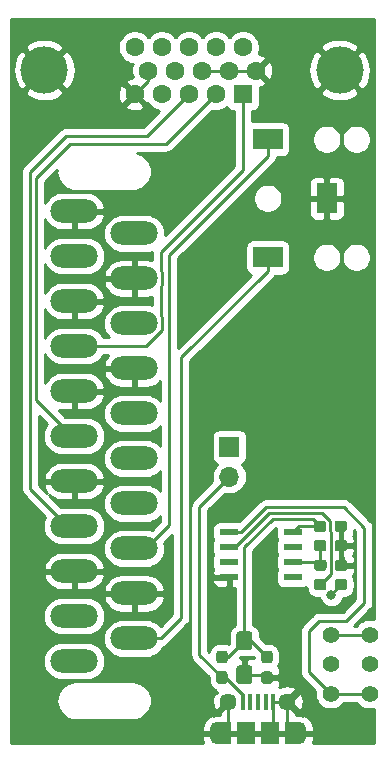
<source format=gtl>
G04 #@! TF.GenerationSoftware,KiCad,Pcbnew,(5.1.0)-1*
G04 #@! TF.CreationDate,2019-06-17T15:19:31-04:00*
G04 #@! TF.ProjectId,SCART to VGA,53434152-5420-4746-9f20-5647412e6b69,rev?*
G04 #@! TF.SameCoordinates,Original*
G04 #@! TF.FileFunction,Copper,L1,Top*
G04 #@! TF.FilePolarity,Positive*
%FSLAX46Y46*%
G04 Gerber Fmt 4.6, Leading zero omitted, Abs format (unit mm)*
G04 Created by KiCad (PCBNEW (5.1.0)-1) date 2019-06-17 15:19:31*
%MOMM*%
%LPD*%
G04 APERTURE LIST*
%ADD10C,1.408000*%
%ADD11R,1.550000X0.600000*%
%ADD12O,4.000000X2.000000*%
%ADD13R,1.800000X2.500000*%
%ADD14R,2.500000X1.800000*%
%ADD15R,1.600000X1.600000*%
%ADD16C,1.600000*%
%ADD17C,4.000000*%
%ADD18C,0.100000*%
%ADD19C,0.950000*%
%ADD20R,1.500000X1.900000*%
%ADD21C,1.450000*%
%ADD22R,0.400000X1.350000*%
%ADD23O,1.200000X1.900000*%
%ADD24R,1.200000X1.900000*%
%ADD25C,1.350000*%
%ADD26R,1.700000X1.700000*%
%ADD27O,1.700000X1.700000*%
%ADD28C,0.800000*%
%ADD29C,0.250000*%
%ADD30C,0.254000*%
G04 APERTURE END LIST*
D10*
X101524000Y-132675000D03*
X101524000Y-130175000D03*
X101524000Y-127675000D03*
X104824000Y-127675000D03*
X104824000Y-130175000D03*
X104824000Y-132675000D03*
D11*
X92931000Y-118999000D03*
X92931000Y-120269000D03*
X92931000Y-121539000D03*
X92931000Y-122809000D03*
X98331000Y-122809000D03*
X98331000Y-121539000D03*
X98331000Y-120269000D03*
X98331000Y-118999000D03*
D12*
X79819500Y-110871000D03*
X79819500Y-107061000D03*
X79819500Y-103251000D03*
X79819500Y-99441000D03*
X79819500Y-95631000D03*
X79819500Y-91821000D03*
X79819500Y-114681000D03*
X79819500Y-118491000D03*
X79819500Y-122301000D03*
X79819500Y-126111000D03*
X79819500Y-129921000D03*
X84899500Y-108956000D03*
X84899500Y-112766000D03*
X84899500Y-116576000D03*
X84899500Y-120386000D03*
X84899500Y-124196000D03*
X84899500Y-128006000D03*
X84899500Y-105146000D03*
X84899500Y-101336000D03*
X84899500Y-97526000D03*
X84899500Y-93716000D03*
D13*
X101202500Y-90741500D03*
D14*
X96202500Y-85741500D03*
X96202500Y-95741500D03*
D15*
X94107000Y-81915000D03*
D16*
X91817000Y-81915000D03*
X89527000Y-81915000D03*
X87237000Y-81915000D03*
X84947000Y-81915000D03*
X95252000Y-79935000D03*
X92962000Y-79935000D03*
X90672000Y-79935000D03*
X88382000Y-79935000D03*
X86092000Y-79935000D03*
X94107000Y-77955000D03*
X91817000Y-77955000D03*
X89527000Y-77955000D03*
X87237000Y-77955000D03*
X84947000Y-77955000D03*
D17*
X102292000Y-79865000D03*
X77292000Y-79865000D03*
D18*
G36*
X100959579Y-122970144D02*
G01*
X100982634Y-122973563D01*
X101005243Y-122979227D01*
X101027187Y-122987079D01*
X101048257Y-122997044D01*
X101068248Y-123009026D01*
X101086968Y-123022910D01*
X101104238Y-123038562D01*
X101119890Y-123055832D01*
X101133774Y-123074552D01*
X101145756Y-123094543D01*
X101155721Y-123115613D01*
X101163573Y-123137557D01*
X101169237Y-123160166D01*
X101172656Y-123183221D01*
X101173800Y-123206500D01*
X101173800Y-123681500D01*
X101172656Y-123704779D01*
X101169237Y-123727834D01*
X101163573Y-123750443D01*
X101155721Y-123772387D01*
X101145756Y-123793457D01*
X101133774Y-123813448D01*
X101119890Y-123832168D01*
X101104238Y-123849438D01*
X101086968Y-123865090D01*
X101068248Y-123878974D01*
X101048257Y-123890956D01*
X101027187Y-123900921D01*
X101005243Y-123908773D01*
X100982634Y-123914437D01*
X100959579Y-123917856D01*
X100936300Y-123919000D01*
X100361300Y-123919000D01*
X100338021Y-123917856D01*
X100314966Y-123914437D01*
X100292357Y-123908773D01*
X100270413Y-123900921D01*
X100249343Y-123890956D01*
X100229352Y-123878974D01*
X100210632Y-123865090D01*
X100193362Y-123849438D01*
X100177710Y-123832168D01*
X100163826Y-123813448D01*
X100151844Y-123793457D01*
X100141879Y-123772387D01*
X100134027Y-123750443D01*
X100128363Y-123727834D01*
X100124944Y-123704779D01*
X100123800Y-123681500D01*
X100123800Y-123206500D01*
X100124944Y-123183221D01*
X100128363Y-123160166D01*
X100134027Y-123137557D01*
X100141879Y-123115613D01*
X100151844Y-123094543D01*
X100163826Y-123074552D01*
X100177710Y-123055832D01*
X100193362Y-123038562D01*
X100210632Y-123022910D01*
X100229352Y-123009026D01*
X100249343Y-122997044D01*
X100270413Y-122987079D01*
X100292357Y-122979227D01*
X100314966Y-122973563D01*
X100338021Y-122970144D01*
X100361300Y-122969000D01*
X100936300Y-122969000D01*
X100959579Y-122970144D01*
X100959579Y-122970144D01*
G37*
D19*
X100648800Y-123444000D03*
D18*
G36*
X102709579Y-122970144D02*
G01*
X102732634Y-122973563D01*
X102755243Y-122979227D01*
X102777187Y-122987079D01*
X102798257Y-122997044D01*
X102818248Y-123009026D01*
X102836968Y-123022910D01*
X102854238Y-123038562D01*
X102869890Y-123055832D01*
X102883774Y-123074552D01*
X102895756Y-123094543D01*
X102905721Y-123115613D01*
X102913573Y-123137557D01*
X102919237Y-123160166D01*
X102922656Y-123183221D01*
X102923800Y-123206500D01*
X102923800Y-123681500D01*
X102922656Y-123704779D01*
X102919237Y-123727834D01*
X102913573Y-123750443D01*
X102905721Y-123772387D01*
X102895756Y-123793457D01*
X102883774Y-123813448D01*
X102869890Y-123832168D01*
X102854238Y-123849438D01*
X102836968Y-123865090D01*
X102818248Y-123878974D01*
X102798257Y-123890956D01*
X102777187Y-123900921D01*
X102755243Y-123908773D01*
X102732634Y-123914437D01*
X102709579Y-123917856D01*
X102686300Y-123919000D01*
X102111300Y-123919000D01*
X102088021Y-123917856D01*
X102064966Y-123914437D01*
X102042357Y-123908773D01*
X102020413Y-123900921D01*
X101999343Y-123890956D01*
X101979352Y-123878974D01*
X101960632Y-123865090D01*
X101943362Y-123849438D01*
X101927710Y-123832168D01*
X101913826Y-123813448D01*
X101901844Y-123793457D01*
X101891879Y-123772387D01*
X101884027Y-123750443D01*
X101878363Y-123727834D01*
X101874944Y-123704779D01*
X101873800Y-123681500D01*
X101873800Y-123206500D01*
X101874944Y-123183221D01*
X101878363Y-123160166D01*
X101884027Y-123137557D01*
X101891879Y-123115613D01*
X101901844Y-123094543D01*
X101913826Y-123074552D01*
X101927710Y-123055832D01*
X101943362Y-123038562D01*
X101960632Y-123022910D01*
X101979352Y-123009026D01*
X101999343Y-122997044D01*
X102020413Y-122987079D01*
X102042357Y-122979227D01*
X102064966Y-122973563D01*
X102088021Y-122970144D01*
X102111300Y-122969000D01*
X102686300Y-122969000D01*
X102709579Y-122970144D01*
X102709579Y-122970144D01*
G37*
D19*
X102398800Y-123444000D03*
D18*
G36*
X100958279Y-119668144D02*
G01*
X100981334Y-119671563D01*
X101003943Y-119677227D01*
X101025887Y-119685079D01*
X101046957Y-119695044D01*
X101066948Y-119707026D01*
X101085668Y-119720910D01*
X101102938Y-119736562D01*
X101118590Y-119753832D01*
X101132474Y-119772552D01*
X101144456Y-119792543D01*
X101154421Y-119813613D01*
X101162273Y-119835557D01*
X101167937Y-119858166D01*
X101171356Y-119881221D01*
X101172500Y-119904500D01*
X101172500Y-120379500D01*
X101171356Y-120402779D01*
X101167937Y-120425834D01*
X101162273Y-120448443D01*
X101154421Y-120470387D01*
X101144456Y-120491457D01*
X101132474Y-120511448D01*
X101118590Y-120530168D01*
X101102938Y-120547438D01*
X101085668Y-120563090D01*
X101066948Y-120576974D01*
X101046957Y-120588956D01*
X101025887Y-120598921D01*
X101003943Y-120606773D01*
X100981334Y-120612437D01*
X100958279Y-120615856D01*
X100935000Y-120617000D01*
X100360000Y-120617000D01*
X100336721Y-120615856D01*
X100313666Y-120612437D01*
X100291057Y-120606773D01*
X100269113Y-120598921D01*
X100248043Y-120588956D01*
X100228052Y-120576974D01*
X100209332Y-120563090D01*
X100192062Y-120547438D01*
X100176410Y-120530168D01*
X100162526Y-120511448D01*
X100150544Y-120491457D01*
X100140579Y-120470387D01*
X100132727Y-120448443D01*
X100127063Y-120425834D01*
X100123644Y-120402779D01*
X100122500Y-120379500D01*
X100122500Y-119904500D01*
X100123644Y-119881221D01*
X100127063Y-119858166D01*
X100132727Y-119835557D01*
X100140579Y-119813613D01*
X100150544Y-119792543D01*
X100162526Y-119772552D01*
X100176410Y-119753832D01*
X100192062Y-119736562D01*
X100209332Y-119720910D01*
X100228052Y-119707026D01*
X100248043Y-119695044D01*
X100269113Y-119685079D01*
X100291057Y-119677227D01*
X100313666Y-119671563D01*
X100336721Y-119668144D01*
X100360000Y-119667000D01*
X100935000Y-119667000D01*
X100958279Y-119668144D01*
X100958279Y-119668144D01*
G37*
D19*
X100647500Y-120142000D03*
D18*
G36*
X102708279Y-119668144D02*
G01*
X102731334Y-119671563D01*
X102753943Y-119677227D01*
X102775887Y-119685079D01*
X102796957Y-119695044D01*
X102816948Y-119707026D01*
X102835668Y-119720910D01*
X102852938Y-119736562D01*
X102868590Y-119753832D01*
X102882474Y-119772552D01*
X102894456Y-119792543D01*
X102904421Y-119813613D01*
X102912273Y-119835557D01*
X102917937Y-119858166D01*
X102921356Y-119881221D01*
X102922500Y-119904500D01*
X102922500Y-120379500D01*
X102921356Y-120402779D01*
X102917937Y-120425834D01*
X102912273Y-120448443D01*
X102904421Y-120470387D01*
X102894456Y-120491457D01*
X102882474Y-120511448D01*
X102868590Y-120530168D01*
X102852938Y-120547438D01*
X102835668Y-120563090D01*
X102816948Y-120576974D01*
X102796957Y-120588956D01*
X102775887Y-120598921D01*
X102753943Y-120606773D01*
X102731334Y-120612437D01*
X102708279Y-120615856D01*
X102685000Y-120617000D01*
X102110000Y-120617000D01*
X102086721Y-120615856D01*
X102063666Y-120612437D01*
X102041057Y-120606773D01*
X102019113Y-120598921D01*
X101998043Y-120588956D01*
X101978052Y-120576974D01*
X101959332Y-120563090D01*
X101942062Y-120547438D01*
X101926410Y-120530168D01*
X101912526Y-120511448D01*
X101900544Y-120491457D01*
X101890579Y-120470387D01*
X101882727Y-120448443D01*
X101877063Y-120425834D01*
X101873644Y-120402779D01*
X101872500Y-120379500D01*
X101872500Y-119904500D01*
X101873644Y-119881221D01*
X101877063Y-119858166D01*
X101882727Y-119835557D01*
X101890579Y-119813613D01*
X101900544Y-119792543D01*
X101912526Y-119772552D01*
X101926410Y-119753832D01*
X101942062Y-119736562D01*
X101959332Y-119720910D01*
X101978052Y-119707026D01*
X101998043Y-119695044D01*
X102019113Y-119685079D01*
X102041057Y-119677227D01*
X102063666Y-119671563D01*
X102086721Y-119668144D01*
X102110000Y-119667000D01*
X102685000Y-119667000D01*
X102708279Y-119668144D01*
X102708279Y-119668144D01*
G37*
D19*
X102397500Y-120142000D03*
D18*
G36*
X102722279Y-121319144D02*
G01*
X102745334Y-121322563D01*
X102767943Y-121328227D01*
X102789887Y-121336079D01*
X102810957Y-121346044D01*
X102830948Y-121358026D01*
X102849668Y-121371910D01*
X102866938Y-121387562D01*
X102882590Y-121404832D01*
X102896474Y-121423552D01*
X102908456Y-121443543D01*
X102918421Y-121464613D01*
X102926273Y-121486557D01*
X102931937Y-121509166D01*
X102935356Y-121532221D01*
X102936500Y-121555500D01*
X102936500Y-122030500D01*
X102935356Y-122053779D01*
X102931937Y-122076834D01*
X102926273Y-122099443D01*
X102918421Y-122121387D01*
X102908456Y-122142457D01*
X102896474Y-122162448D01*
X102882590Y-122181168D01*
X102866938Y-122198438D01*
X102849668Y-122214090D01*
X102830948Y-122227974D01*
X102810957Y-122239956D01*
X102789887Y-122249921D01*
X102767943Y-122257773D01*
X102745334Y-122263437D01*
X102722279Y-122266856D01*
X102699000Y-122268000D01*
X102124000Y-122268000D01*
X102100721Y-122266856D01*
X102077666Y-122263437D01*
X102055057Y-122257773D01*
X102033113Y-122249921D01*
X102012043Y-122239956D01*
X101992052Y-122227974D01*
X101973332Y-122214090D01*
X101956062Y-122198438D01*
X101940410Y-122181168D01*
X101926526Y-122162448D01*
X101914544Y-122142457D01*
X101904579Y-122121387D01*
X101896727Y-122099443D01*
X101891063Y-122076834D01*
X101887644Y-122053779D01*
X101886500Y-122030500D01*
X101886500Y-121555500D01*
X101887644Y-121532221D01*
X101891063Y-121509166D01*
X101896727Y-121486557D01*
X101904579Y-121464613D01*
X101914544Y-121443543D01*
X101926526Y-121423552D01*
X101940410Y-121404832D01*
X101956062Y-121387562D01*
X101973332Y-121371910D01*
X101992052Y-121358026D01*
X102012043Y-121346044D01*
X102033113Y-121336079D01*
X102055057Y-121328227D01*
X102077666Y-121322563D01*
X102100721Y-121319144D01*
X102124000Y-121318000D01*
X102699000Y-121318000D01*
X102722279Y-121319144D01*
X102722279Y-121319144D01*
G37*
D19*
X102411500Y-121793000D03*
D18*
G36*
X100972279Y-121319144D02*
G01*
X100995334Y-121322563D01*
X101017943Y-121328227D01*
X101039887Y-121336079D01*
X101060957Y-121346044D01*
X101080948Y-121358026D01*
X101099668Y-121371910D01*
X101116938Y-121387562D01*
X101132590Y-121404832D01*
X101146474Y-121423552D01*
X101158456Y-121443543D01*
X101168421Y-121464613D01*
X101176273Y-121486557D01*
X101181937Y-121509166D01*
X101185356Y-121532221D01*
X101186500Y-121555500D01*
X101186500Y-122030500D01*
X101185356Y-122053779D01*
X101181937Y-122076834D01*
X101176273Y-122099443D01*
X101168421Y-122121387D01*
X101158456Y-122142457D01*
X101146474Y-122162448D01*
X101132590Y-122181168D01*
X101116938Y-122198438D01*
X101099668Y-122214090D01*
X101080948Y-122227974D01*
X101060957Y-122239956D01*
X101039887Y-122249921D01*
X101017943Y-122257773D01*
X100995334Y-122263437D01*
X100972279Y-122266856D01*
X100949000Y-122268000D01*
X100374000Y-122268000D01*
X100350721Y-122266856D01*
X100327666Y-122263437D01*
X100305057Y-122257773D01*
X100283113Y-122249921D01*
X100262043Y-122239956D01*
X100242052Y-122227974D01*
X100223332Y-122214090D01*
X100206062Y-122198438D01*
X100190410Y-122181168D01*
X100176526Y-122162448D01*
X100164544Y-122142457D01*
X100154579Y-122121387D01*
X100146727Y-122099443D01*
X100141063Y-122076834D01*
X100137644Y-122053779D01*
X100136500Y-122030500D01*
X100136500Y-121555500D01*
X100137644Y-121532221D01*
X100141063Y-121509166D01*
X100146727Y-121486557D01*
X100154579Y-121464613D01*
X100164544Y-121443543D01*
X100176526Y-121423552D01*
X100190410Y-121404832D01*
X100206062Y-121387562D01*
X100223332Y-121371910D01*
X100242052Y-121358026D01*
X100262043Y-121346044D01*
X100283113Y-121336079D01*
X100305057Y-121328227D01*
X100327666Y-121322563D01*
X100350721Y-121319144D01*
X100374000Y-121318000D01*
X100949000Y-121318000D01*
X100972279Y-121319144D01*
X100972279Y-121319144D01*
G37*
D19*
X100661500Y-121793000D03*
D18*
G36*
X100948179Y-118017144D02*
G01*
X100971234Y-118020563D01*
X100993843Y-118026227D01*
X101015787Y-118034079D01*
X101036857Y-118044044D01*
X101056848Y-118056026D01*
X101075568Y-118069910D01*
X101092838Y-118085562D01*
X101108490Y-118102832D01*
X101122374Y-118121552D01*
X101134356Y-118141543D01*
X101144321Y-118162613D01*
X101152173Y-118184557D01*
X101157837Y-118207166D01*
X101161256Y-118230221D01*
X101162400Y-118253500D01*
X101162400Y-118728500D01*
X101161256Y-118751779D01*
X101157837Y-118774834D01*
X101152173Y-118797443D01*
X101144321Y-118819387D01*
X101134356Y-118840457D01*
X101122374Y-118860448D01*
X101108490Y-118879168D01*
X101092838Y-118896438D01*
X101075568Y-118912090D01*
X101056848Y-118925974D01*
X101036857Y-118937956D01*
X101015787Y-118947921D01*
X100993843Y-118955773D01*
X100971234Y-118961437D01*
X100948179Y-118964856D01*
X100924900Y-118966000D01*
X100349900Y-118966000D01*
X100326621Y-118964856D01*
X100303566Y-118961437D01*
X100280957Y-118955773D01*
X100259013Y-118947921D01*
X100237943Y-118937956D01*
X100217952Y-118925974D01*
X100199232Y-118912090D01*
X100181962Y-118896438D01*
X100166310Y-118879168D01*
X100152426Y-118860448D01*
X100140444Y-118840457D01*
X100130479Y-118819387D01*
X100122627Y-118797443D01*
X100116963Y-118774834D01*
X100113544Y-118751779D01*
X100112400Y-118728500D01*
X100112400Y-118253500D01*
X100113544Y-118230221D01*
X100116963Y-118207166D01*
X100122627Y-118184557D01*
X100130479Y-118162613D01*
X100140444Y-118141543D01*
X100152426Y-118121552D01*
X100166310Y-118102832D01*
X100181962Y-118085562D01*
X100199232Y-118069910D01*
X100217952Y-118056026D01*
X100237943Y-118044044D01*
X100259013Y-118034079D01*
X100280957Y-118026227D01*
X100303566Y-118020563D01*
X100326621Y-118017144D01*
X100349900Y-118016000D01*
X100924900Y-118016000D01*
X100948179Y-118017144D01*
X100948179Y-118017144D01*
G37*
D19*
X100637400Y-118491000D03*
D18*
G36*
X102698179Y-118017144D02*
G01*
X102721234Y-118020563D01*
X102743843Y-118026227D01*
X102765787Y-118034079D01*
X102786857Y-118044044D01*
X102806848Y-118056026D01*
X102825568Y-118069910D01*
X102842838Y-118085562D01*
X102858490Y-118102832D01*
X102872374Y-118121552D01*
X102884356Y-118141543D01*
X102894321Y-118162613D01*
X102902173Y-118184557D01*
X102907837Y-118207166D01*
X102911256Y-118230221D01*
X102912400Y-118253500D01*
X102912400Y-118728500D01*
X102911256Y-118751779D01*
X102907837Y-118774834D01*
X102902173Y-118797443D01*
X102894321Y-118819387D01*
X102884356Y-118840457D01*
X102872374Y-118860448D01*
X102858490Y-118879168D01*
X102842838Y-118896438D01*
X102825568Y-118912090D01*
X102806848Y-118925974D01*
X102786857Y-118937956D01*
X102765787Y-118947921D01*
X102743843Y-118955773D01*
X102721234Y-118961437D01*
X102698179Y-118964856D01*
X102674900Y-118966000D01*
X102099900Y-118966000D01*
X102076621Y-118964856D01*
X102053566Y-118961437D01*
X102030957Y-118955773D01*
X102009013Y-118947921D01*
X101987943Y-118937956D01*
X101967952Y-118925974D01*
X101949232Y-118912090D01*
X101931962Y-118896438D01*
X101916310Y-118879168D01*
X101902426Y-118860448D01*
X101890444Y-118840457D01*
X101880479Y-118819387D01*
X101872627Y-118797443D01*
X101866963Y-118774834D01*
X101863544Y-118751779D01*
X101862400Y-118728500D01*
X101862400Y-118253500D01*
X101863544Y-118230221D01*
X101866963Y-118207166D01*
X101872627Y-118184557D01*
X101880479Y-118162613D01*
X101890444Y-118141543D01*
X101902426Y-118121552D01*
X101916310Y-118102832D01*
X101931962Y-118085562D01*
X101949232Y-118069910D01*
X101967952Y-118056026D01*
X101987943Y-118044044D01*
X102009013Y-118034079D01*
X102030957Y-118026227D01*
X102053566Y-118020563D01*
X102076621Y-118017144D01*
X102099900Y-118016000D01*
X102674900Y-118016000D01*
X102698179Y-118017144D01*
X102698179Y-118017144D01*
G37*
D19*
X102387400Y-118491000D03*
D20*
X96377000Y-136048000D03*
D21*
X92877000Y-133348000D03*
D22*
X94727000Y-133348000D03*
X94077000Y-133348000D03*
X96677000Y-133348000D03*
X96027000Y-133348000D03*
X95377000Y-133348000D03*
D21*
X97877000Y-133348000D03*
D20*
X94377000Y-136048000D03*
D23*
X91877000Y-136048000D03*
X98877000Y-136048000D03*
D24*
X98277000Y-136048000D03*
X92477000Y-136048000D03*
D18*
G36*
X96399779Y-130794144D02*
G01*
X96422834Y-130797563D01*
X96445443Y-130803227D01*
X96467387Y-130811079D01*
X96488457Y-130821044D01*
X96508448Y-130833026D01*
X96527168Y-130846910D01*
X96544438Y-130862562D01*
X96560090Y-130879832D01*
X96573974Y-130898552D01*
X96585956Y-130918543D01*
X96595921Y-130939613D01*
X96603773Y-130961557D01*
X96609437Y-130984166D01*
X96612856Y-131007221D01*
X96614000Y-131030500D01*
X96614000Y-131605500D01*
X96612856Y-131628779D01*
X96609437Y-131651834D01*
X96603773Y-131674443D01*
X96595921Y-131696387D01*
X96585956Y-131717457D01*
X96573974Y-131737448D01*
X96560090Y-131756168D01*
X96544438Y-131773438D01*
X96527168Y-131789090D01*
X96508448Y-131802974D01*
X96488457Y-131814956D01*
X96467387Y-131824921D01*
X96445443Y-131832773D01*
X96422834Y-131838437D01*
X96399779Y-131841856D01*
X96376500Y-131843000D01*
X95901500Y-131843000D01*
X95878221Y-131841856D01*
X95855166Y-131838437D01*
X95832557Y-131832773D01*
X95810613Y-131824921D01*
X95789543Y-131814956D01*
X95769552Y-131802974D01*
X95750832Y-131789090D01*
X95733562Y-131773438D01*
X95717910Y-131756168D01*
X95704026Y-131737448D01*
X95692044Y-131717457D01*
X95682079Y-131696387D01*
X95674227Y-131674443D01*
X95668563Y-131651834D01*
X95665144Y-131628779D01*
X95664000Y-131605500D01*
X95664000Y-131030500D01*
X95665144Y-131007221D01*
X95668563Y-130984166D01*
X95674227Y-130961557D01*
X95682079Y-130939613D01*
X95692044Y-130918543D01*
X95704026Y-130898552D01*
X95717910Y-130879832D01*
X95733562Y-130862562D01*
X95750832Y-130846910D01*
X95769552Y-130833026D01*
X95789543Y-130821044D01*
X95810613Y-130811079D01*
X95832557Y-130803227D01*
X95855166Y-130797563D01*
X95878221Y-130794144D01*
X95901500Y-130793000D01*
X96376500Y-130793000D01*
X96399779Y-130794144D01*
X96399779Y-130794144D01*
G37*
D19*
X96139000Y-131318000D03*
D18*
G36*
X96399779Y-129044144D02*
G01*
X96422834Y-129047563D01*
X96445443Y-129053227D01*
X96467387Y-129061079D01*
X96488457Y-129071044D01*
X96508448Y-129083026D01*
X96527168Y-129096910D01*
X96544438Y-129112562D01*
X96560090Y-129129832D01*
X96573974Y-129148552D01*
X96585956Y-129168543D01*
X96595921Y-129189613D01*
X96603773Y-129211557D01*
X96609437Y-129234166D01*
X96612856Y-129257221D01*
X96614000Y-129280500D01*
X96614000Y-129855500D01*
X96612856Y-129878779D01*
X96609437Y-129901834D01*
X96603773Y-129924443D01*
X96595921Y-129946387D01*
X96585956Y-129967457D01*
X96573974Y-129987448D01*
X96560090Y-130006168D01*
X96544438Y-130023438D01*
X96527168Y-130039090D01*
X96508448Y-130052974D01*
X96488457Y-130064956D01*
X96467387Y-130074921D01*
X96445443Y-130082773D01*
X96422834Y-130088437D01*
X96399779Y-130091856D01*
X96376500Y-130093000D01*
X95901500Y-130093000D01*
X95878221Y-130091856D01*
X95855166Y-130088437D01*
X95832557Y-130082773D01*
X95810613Y-130074921D01*
X95789543Y-130064956D01*
X95769552Y-130052974D01*
X95750832Y-130039090D01*
X95733562Y-130023438D01*
X95717910Y-130006168D01*
X95704026Y-129987448D01*
X95692044Y-129967457D01*
X95682079Y-129946387D01*
X95674227Y-129924443D01*
X95668563Y-129901834D01*
X95665144Y-129878779D01*
X95664000Y-129855500D01*
X95664000Y-129280500D01*
X95665144Y-129257221D01*
X95668563Y-129234166D01*
X95674227Y-129211557D01*
X95682079Y-129189613D01*
X95692044Y-129168543D01*
X95704026Y-129148552D01*
X95717910Y-129129832D01*
X95733562Y-129112562D01*
X95750832Y-129096910D01*
X95769552Y-129083026D01*
X95789543Y-129071044D01*
X95810613Y-129061079D01*
X95832557Y-129053227D01*
X95855166Y-129047563D01*
X95878221Y-129044144D01*
X95901500Y-129043000D01*
X96376500Y-129043000D01*
X96399779Y-129044144D01*
X96399779Y-129044144D01*
G37*
D19*
X96139000Y-129568000D03*
D18*
G36*
X94683505Y-127402704D02*
G01*
X94707773Y-127406304D01*
X94731572Y-127412265D01*
X94754671Y-127420530D01*
X94776850Y-127431020D01*
X94797893Y-127443632D01*
X94817599Y-127458247D01*
X94835777Y-127474723D01*
X94852253Y-127492901D01*
X94866868Y-127512607D01*
X94879480Y-127533650D01*
X94889970Y-127555829D01*
X94898235Y-127578928D01*
X94904196Y-127602727D01*
X94907796Y-127626995D01*
X94909000Y-127651499D01*
X94909000Y-128726501D01*
X94907796Y-128751005D01*
X94904196Y-128775273D01*
X94898235Y-128799072D01*
X94889970Y-128822171D01*
X94879480Y-128844350D01*
X94866868Y-128865393D01*
X94852253Y-128885099D01*
X94835777Y-128903277D01*
X94817599Y-128919753D01*
X94797893Y-128934368D01*
X94776850Y-128946980D01*
X94754671Y-128957470D01*
X94731572Y-128965735D01*
X94707773Y-128971696D01*
X94683505Y-128975296D01*
X94659001Y-128976500D01*
X93808999Y-128976500D01*
X93784495Y-128975296D01*
X93760227Y-128971696D01*
X93736428Y-128965735D01*
X93713329Y-128957470D01*
X93691150Y-128946980D01*
X93670107Y-128934368D01*
X93650401Y-128919753D01*
X93632223Y-128903277D01*
X93615747Y-128885099D01*
X93601132Y-128865393D01*
X93588520Y-128844350D01*
X93578030Y-128822171D01*
X93569765Y-128799072D01*
X93563804Y-128775273D01*
X93560204Y-128751005D01*
X93559000Y-128726501D01*
X93559000Y-127651499D01*
X93560204Y-127626995D01*
X93563804Y-127602727D01*
X93569765Y-127578928D01*
X93578030Y-127555829D01*
X93588520Y-127533650D01*
X93601132Y-127512607D01*
X93615747Y-127492901D01*
X93632223Y-127474723D01*
X93650401Y-127458247D01*
X93670107Y-127443632D01*
X93691150Y-127431020D01*
X93713329Y-127420530D01*
X93736428Y-127412265D01*
X93760227Y-127406304D01*
X93784495Y-127402704D01*
X93808999Y-127401500D01*
X94659001Y-127401500D01*
X94683505Y-127402704D01*
X94683505Y-127402704D01*
G37*
D25*
X94234000Y-128189000D03*
D18*
G36*
X94683505Y-130277704D02*
G01*
X94707773Y-130281304D01*
X94731572Y-130287265D01*
X94754671Y-130295530D01*
X94776850Y-130306020D01*
X94797893Y-130318632D01*
X94817599Y-130333247D01*
X94835777Y-130349723D01*
X94852253Y-130367901D01*
X94866868Y-130387607D01*
X94879480Y-130408650D01*
X94889970Y-130430829D01*
X94898235Y-130453928D01*
X94904196Y-130477727D01*
X94907796Y-130501995D01*
X94909000Y-130526499D01*
X94909000Y-131601501D01*
X94907796Y-131626005D01*
X94904196Y-131650273D01*
X94898235Y-131674072D01*
X94889970Y-131697171D01*
X94879480Y-131719350D01*
X94866868Y-131740393D01*
X94852253Y-131760099D01*
X94835777Y-131778277D01*
X94817599Y-131794753D01*
X94797893Y-131809368D01*
X94776850Y-131821980D01*
X94754671Y-131832470D01*
X94731572Y-131840735D01*
X94707773Y-131846696D01*
X94683505Y-131850296D01*
X94659001Y-131851500D01*
X93808999Y-131851500D01*
X93784495Y-131850296D01*
X93760227Y-131846696D01*
X93736428Y-131840735D01*
X93713329Y-131832470D01*
X93691150Y-131821980D01*
X93670107Y-131809368D01*
X93650401Y-131794753D01*
X93632223Y-131778277D01*
X93615747Y-131760099D01*
X93601132Y-131740393D01*
X93588520Y-131719350D01*
X93578030Y-131697171D01*
X93569765Y-131674072D01*
X93563804Y-131650273D01*
X93560204Y-131626005D01*
X93559000Y-131601501D01*
X93559000Y-130526499D01*
X93560204Y-130501995D01*
X93563804Y-130477727D01*
X93569765Y-130453928D01*
X93578030Y-130430829D01*
X93588520Y-130408650D01*
X93601132Y-130387607D01*
X93615747Y-130367901D01*
X93632223Y-130349723D01*
X93650401Y-130333247D01*
X93670107Y-130318632D01*
X93691150Y-130306020D01*
X93713329Y-130295530D01*
X93736428Y-130287265D01*
X93760227Y-130281304D01*
X93784495Y-130277704D01*
X93808999Y-130276500D01*
X94659001Y-130276500D01*
X94683505Y-130277704D01*
X94683505Y-130277704D01*
G37*
D25*
X94234000Y-131064000D03*
D18*
G36*
X92589779Y-130780144D02*
G01*
X92612834Y-130783563D01*
X92635443Y-130789227D01*
X92657387Y-130797079D01*
X92678457Y-130807044D01*
X92698448Y-130819026D01*
X92717168Y-130832910D01*
X92734438Y-130848562D01*
X92750090Y-130865832D01*
X92763974Y-130884552D01*
X92775956Y-130904543D01*
X92785921Y-130925613D01*
X92793773Y-130947557D01*
X92799437Y-130970166D01*
X92802856Y-130993221D01*
X92804000Y-131016500D01*
X92804000Y-131591500D01*
X92802856Y-131614779D01*
X92799437Y-131637834D01*
X92793773Y-131660443D01*
X92785921Y-131682387D01*
X92775956Y-131703457D01*
X92763974Y-131723448D01*
X92750090Y-131742168D01*
X92734438Y-131759438D01*
X92717168Y-131775090D01*
X92698448Y-131788974D01*
X92678457Y-131800956D01*
X92657387Y-131810921D01*
X92635443Y-131818773D01*
X92612834Y-131824437D01*
X92589779Y-131827856D01*
X92566500Y-131829000D01*
X92091500Y-131829000D01*
X92068221Y-131827856D01*
X92045166Y-131824437D01*
X92022557Y-131818773D01*
X92000613Y-131810921D01*
X91979543Y-131800956D01*
X91959552Y-131788974D01*
X91940832Y-131775090D01*
X91923562Y-131759438D01*
X91907910Y-131742168D01*
X91894026Y-131723448D01*
X91882044Y-131703457D01*
X91872079Y-131682387D01*
X91864227Y-131660443D01*
X91858563Y-131637834D01*
X91855144Y-131614779D01*
X91854000Y-131591500D01*
X91854000Y-131016500D01*
X91855144Y-130993221D01*
X91858563Y-130970166D01*
X91864227Y-130947557D01*
X91872079Y-130925613D01*
X91882044Y-130904543D01*
X91894026Y-130884552D01*
X91907910Y-130865832D01*
X91923562Y-130848562D01*
X91940832Y-130832910D01*
X91959552Y-130819026D01*
X91979543Y-130807044D01*
X92000613Y-130797079D01*
X92022557Y-130789227D01*
X92045166Y-130783563D01*
X92068221Y-130780144D01*
X92091500Y-130779000D01*
X92566500Y-130779000D01*
X92589779Y-130780144D01*
X92589779Y-130780144D01*
G37*
D19*
X92329000Y-131304000D03*
D18*
G36*
X92589779Y-129030144D02*
G01*
X92612834Y-129033563D01*
X92635443Y-129039227D01*
X92657387Y-129047079D01*
X92678457Y-129057044D01*
X92698448Y-129069026D01*
X92717168Y-129082910D01*
X92734438Y-129098562D01*
X92750090Y-129115832D01*
X92763974Y-129134552D01*
X92775956Y-129154543D01*
X92785921Y-129175613D01*
X92793773Y-129197557D01*
X92799437Y-129220166D01*
X92802856Y-129243221D01*
X92804000Y-129266500D01*
X92804000Y-129841500D01*
X92802856Y-129864779D01*
X92799437Y-129887834D01*
X92793773Y-129910443D01*
X92785921Y-129932387D01*
X92775956Y-129953457D01*
X92763974Y-129973448D01*
X92750090Y-129992168D01*
X92734438Y-130009438D01*
X92717168Y-130025090D01*
X92698448Y-130038974D01*
X92678457Y-130050956D01*
X92657387Y-130060921D01*
X92635443Y-130068773D01*
X92612834Y-130074437D01*
X92589779Y-130077856D01*
X92566500Y-130079000D01*
X92091500Y-130079000D01*
X92068221Y-130077856D01*
X92045166Y-130074437D01*
X92022557Y-130068773D01*
X92000613Y-130060921D01*
X91979543Y-130050956D01*
X91959552Y-130038974D01*
X91940832Y-130025090D01*
X91923562Y-130009438D01*
X91907910Y-129992168D01*
X91894026Y-129973448D01*
X91882044Y-129953457D01*
X91872079Y-129932387D01*
X91864227Y-129910443D01*
X91858563Y-129887834D01*
X91855144Y-129864779D01*
X91854000Y-129841500D01*
X91854000Y-129266500D01*
X91855144Y-129243221D01*
X91858563Y-129220166D01*
X91864227Y-129197557D01*
X91872079Y-129175613D01*
X91882044Y-129154543D01*
X91894026Y-129134552D01*
X91907910Y-129115832D01*
X91923562Y-129098562D01*
X91940832Y-129082910D01*
X91959552Y-129069026D01*
X91979543Y-129057044D01*
X92000613Y-129047079D01*
X92022557Y-129039227D01*
X92045166Y-129033563D01*
X92068221Y-129030144D01*
X92091500Y-129029000D01*
X92566500Y-129029000D01*
X92589779Y-129030144D01*
X92589779Y-129030144D01*
G37*
D19*
X92329000Y-129554000D03*
D26*
X92964000Y-111760000D03*
D27*
X92964000Y-114300000D03*
D28*
X101600000Y-124333012D03*
D29*
X93406000Y-120269000D02*
X92931000Y-120269000D01*
X96327000Y-117348000D02*
X93406000Y-120269000D01*
X101547490Y-122545310D02*
X101547490Y-118971600D01*
X101547490Y-118971600D02*
X101487410Y-118911520D01*
X101487410Y-118911520D02*
X101487410Y-118020500D01*
X100648800Y-123444000D02*
X101547490Y-122545310D01*
X101487410Y-118020500D02*
X100814910Y-117348000D01*
X100814910Y-117348000D02*
X96327000Y-117348000D01*
X101633600Y-127675000D02*
X101524000Y-127675000D01*
X101524000Y-127675000D02*
X104824000Y-127675000D01*
X102398800Y-123444000D02*
X101600000Y-124242800D01*
X101600000Y-124242800D02*
X101600000Y-124333012D01*
X92477000Y-136048000D02*
X98877000Y-136048000D01*
X92877000Y-135648000D02*
X92477000Y-136048000D01*
X92877000Y-133348000D02*
X92877000Y-135648000D01*
X97877000Y-133348000D02*
X97877000Y-136311000D01*
X98140000Y-136048000D02*
X98277000Y-136048000D01*
X97877000Y-136311000D02*
X98140000Y-136048000D01*
X97877000Y-133348000D02*
X96677000Y-133348000D01*
X96677000Y-135748000D02*
X96377000Y-136048000D01*
X96677000Y-133348000D02*
X96677000Y-135748000D01*
X95252000Y-79935000D02*
X90672000Y-79935000D01*
X86092000Y-80770000D02*
X84947000Y-81915000D01*
X86092000Y-79935000D02*
X86092000Y-80770000D01*
X95885000Y-131064000D02*
X96139000Y-131318000D01*
X94234000Y-131064000D02*
X95885000Y-131064000D01*
X100407500Y-121539000D02*
X100661500Y-121793000D01*
X98331000Y-121539000D02*
X100407500Y-121539000D01*
X100661500Y-120156000D02*
X100647500Y-120142000D01*
X100661500Y-121793000D02*
X100661500Y-120156000D01*
X92869000Y-129554000D02*
X94234000Y-128189000D01*
X92329000Y-129554000D02*
X92869000Y-129554000D01*
X94760000Y-128189000D02*
X96139000Y-129568000D01*
X94234000Y-128189000D02*
X94760000Y-128189000D01*
X98839000Y-118491000D02*
X98331000Y-118999000D01*
X100637400Y-118491000D02*
X98839000Y-118491000D01*
X100002400Y-117856000D02*
X100637400Y-118491000D01*
X96647000Y-117856000D02*
X100002400Y-117856000D01*
X94234000Y-128189000D02*
X94234000Y-120269000D01*
X94234000Y-120269000D02*
X96647000Y-117856000D01*
X96202500Y-96891500D02*
X96202500Y-95741500D01*
X88900000Y-104194000D02*
X96202500Y-96891500D01*
X88900000Y-126255500D02*
X88900000Y-104194000D01*
X84899500Y-128006000D02*
X87149500Y-128006000D01*
X87149500Y-128006000D02*
X88900000Y-126255500D01*
X96202500Y-87185500D02*
X96202500Y-85741500D01*
X87884000Y-95504000D02*
X96202500Y-87185500D01*
X87884000Y-118401500D02*
X87884000Y-95504000D01*
X84899500Y-120386000D02*
X85899500Y-120386000D01*
X85899500Y-120386000D02*
X87884000Y-118401500D01*
X88727001Y-82714999D02*
X89527000Y-81915000D01*
X79819500Y-118491000D02*
X79248000Y-118491000D01*
X76073000Y-115316000D02*
X76073000Y-88519000D01*
X76073000Y-88519000D02*
X79121000Y-85471000D01*
X79248000Y-118491000D02*
X76073000Y-115316000D01*
X79121000Y-85471000D02*
X85971000Y-85471000D01*
X85971000Y-85471000D02*
X88727001Y-82714999D01*
X91017001Y-82714999D02*
X91817000Y-81915000D01*
X79629000Y-110871000D02*
X76581000Y-107823000D01*
X79819500Y-110871000D02*
X79629000Y-110871000D01*
X76581000Y-107823000D02*
X76581000Y-89027000D01*
X76581000Y-89027000D02*
X79502000Y-86106000D01*
X79502000Y-86106000D02*
X87626000Y-86106000D01*
X87626000Y-86106000D02*
X91017001Y-82714999D01*
X87224510Y-100787163D02*
X87179989Y-100742642D01*
X87224510Y-96977163D02*
X87179989Y-96932642D01*
X87179989Y-98119358D02*
X87224510Y-98074837D01*
X87224510Y-98074837D02*
X87224510Y-96977163D01*
X87179989Y-95277600D02*
X94107000Y-88350589D01*
X87224510Y-101884837D02*
X87224510Y-100787163D01*
X85858347Y-103251000D02*
X87224510Y-101884837D01*
X79819500Y-103251000D02*
X85858347Y-103251000D01*
X87179989Y-96932642D02*
X87179989Y-95277600D01*
X87179989Y-100742642D02*
X87179989Y-98119358D01*
X94107000Y-88350589D02*
X94107000Y-82965000D01*
X94107000Y-82965000D02*
X94107000Y-81915000D01*
X101524000Y-132675000D02*
X104824000Y-132675000D01*
X100584000Y-126492000D02*
X99695000Y-127381000D01*
X102870000Y-126492000D02*
X100584000Y-126492000D01*
X99695000Y-130846000D02*
X101524000Y-132675000D01*
X93956000Y-118999000D02*
X96057010Y-116897990D01*
X99695000Y-127381000D02*
X99695000Y-130846000D01*
X92931000Y-118999000D02*
X93956000Y-118999000D01*
X96057010Y-116897990D02*
X102673990Y-116897990D01*
X102673990Y-116897990D02*
X104394000Y-118618000D01*
X104394000Y-118618000D02*
X104394000Y-124968000D01*
X104394000Y-124968000D02*
X102870000Y-126492000D01*
X92569000Y-131304000D02*
X92329000Y-131304000D01*
X94077000Y-133348000D02*
X94077000Y-132812000D01*
X94077000Y-132812000D02*
X92569000Y-131304000D01*
X90424000Y-129399000D02*
X90424000Y-116840000D01*
X92329000Y-131304000D02*
X90424000Y-129399000D01*
X90424000Y-116840000D02*
X92964000Y-114300000D01*
D30*
G36*
X105194501Y-126383465D02*
G01*
X104955880Y-126336000D01*
X104692120Y-126336000D01*
X104433428Y-126387457D01*
X104189746Y-126488393D01*
X103970437Y-126634931D01*
X103783931Y-126821437D01*
X103721414Y-126915000D01*
X103521801Y-126915000D01*
X104905008Y-125531795D01*
X104934001Y-125508001D01*
X104957795Y-125479008D01*
X104957799Y-125479004D01*
X105028973Y-125392277D01*
X105028974Y-125392276D01*
X105099546Y-125260247D01*
X105143003Y-125116986D01*
X105154000Y-125005333D01*
X105154000Y-125005324D01*
X105157676Y-124968001D01*
X105154000Y-124930678D01*
X105154000Y-118655322D01*
X105157676Y-118617999D01*
X105154000Y-118580676D01*
X105154000Y-118580667D01*
X105143003Y-118469014D01*
X105099546Y-118325753D01*
X105028974Y-118193724D01*
X105015811Y-118177685D01*
X104957799Y-118106996D01*
X104957795Y-118106992D01*
X104934001Y-118077999D01*
X104905009Y-118054206D01*
X103237793Y-116386992D01*
X103213991Y-116357989D01*
X103098266Y-116263016D01*
X102966237Y-116192444D01*
X102822976Y-116148987D01*
X102711323Y-116137990D01*
X102711312Y-116137990D01*
X102673990Y-116134314D01*
X102636668Y-116137990D01*
X96094333Y-116137990D01*
X96057010Y-116134314D01*
X96019687Y-116137990D01*
X96019677Y-116137990D01*
X95908024Y-116148987D01*
X95764763Y-116192444D01*
X95632734Y-116263016D01*
X95517009Y-116357989D01*
X95493211Y-116386987D01*
X93809115Y-118071084D01*
X93706000Y-118060928D01*
X92156000Y-118060928D01*
X92031518Y-118073188D01*
X91911820Y-118109498D01*
X91801506Y-118168463D01*
X91704815Y-118247815D01*
X91625463Y-118344506D01*
X91566498Y-118454820D01*
X91530188Y-118574518D01*
X91517928Y-118699000D01*
X91517928Y-119299000D01*
X91530188Y-119423482D01*
X91566498Y-119543180D01*
X91615043Y-119634000D01*
X91566498Y-119724820D01*
X91530188Y-119844518D01*
X91517928Y-119969000D01*
X91517928Y-120569000D01*
X91530188Y-120693482D01*
X91566498Y-120813180D01*
X91615043Y-120904000D01*
X91566498Y-120994820D01*
X91530188Y-121114518D01*
X91517928Y-121239000D01*
X91517928Y-121839000D01*
X91530188Y-121963482D01*
X91566498Y-122083180D01*
X91615043Y-122174000D01*
X91566498Y-122264820D01*
X91530188Y-122384518D01*
X91517928Y-122509000D01*
X91521000Y-122523250D01*
X91679750Y-122682000D01*
X92804000Y-122682000D01*
X92804000Y-122662000D01*
X93058000Y-122662000D01*
X93058000Y-122682000D01*
X93078000Y-122682000D01*
X93078000Y-122936000D01*
X93058000Y-122936000D01*
X93058000Y-123585250D01*
X93216750Y-123744000D01*
X93474001Y-123745615D01*
X93474000Y-126829556D01*
X93469149Y-126831028D01*
X93315613Y-126913095D01*
X93181038Y-127023538D01*
X93070595Y-127158113D01*
X92988528Y-127311649D01*
X92937992Y-127478245D01*
X92920928Y-127651499D01*
X92920928Y-128427271D01*
X92893169Y-128455030D01*
X92737316Y-128407752D01*
X92566500Y-128390928D01*
X92091500Y-128390928D01*
X91920684Y-128407752D01*
X91756433Y-128457577D01*
X91605058Y-128538488D01*
X91472377Y-128647377D01*
X91363488Y-128780058D01*
X91282577Y-128931433D01*
X91232752Y-129095684D01*
X91229411Y-129129609D01*
X91184000Y-129084199D01*
X91184000Y-123109000D01*
X91517928Y-123109000D01*
X91530188Y-123233482D01*
X91566498Y-123353180D01*
X91625463Y-123463494D01*
X91704815Y-123560185D01*
X91801506Y-123639537D01*
X91911820Y-123698502D01*
X92031518Y-123734812D01*
X92156000Y-123747072D01*
X92645250Y-123744000D01*
X92804000Y-123585250D01*
X92804000Y-122936000D01*
X91679750Y-122936000D01*
X91521000Y-123094750D01*
X91517928Y-123109000D01*
X91184000Y-123109000D01*
X91184000Y-117154801D01*
X92598005Y-115740797D01*
X92672889Y-115763513D01*
X92891050Y-115785000D01*
X93036950Y-115785000D01*
X93255111Y-115763513D01*
X93535034Y-115678599D01*
X93793014Y-115540706D01*
X94019134Y-115355134D01*
X94204706Y-115129014D01*
X94342599Y-114871034D01*
X94427513Y-114591111D01*
X94456185Y-114300000D01*
X94427513Y-114008889D01*
X94342599Y-113728966D01*
X94204706Y-113470986D01*
X94019134Y-113244866D01*
X93989313Y-113220393D01*
X94058180Y-113199502D01*
X94168494Y-113140537D01*
X94265185Y-113061185D01*
X94344537Y-112964494D01*
X94403502Y-112854180D01*
X94439812Y-112734482D01*
X94452072Y-112610000D01*
X94452072Y-110910000D01*
X94439812Y-110785518D01*
X94403502Y-110665820D01*
X94344537Y-110555506D01*
X94265185Y-110458815D01*
X94168494Y-110379463D01*
X94058180Y-110320498D01*
X93938482Y-110284188D01*
X93814000Y-110271928D01*
X92114000Y-110271928D01*
X91989518Y-110284188D01*
X91869820Y-110320498D01*
X91759506Y-110379463D01*
X91662815Y-110458815D01*
X91583463Y-110555506D01*
X91524498Y-110665820D01*
X91488188Y-110785518D01*
X91475928Y-110910000D01*
X91475928Y-112610000D01*
X91488188Y-112734482D01*
X91524498Y-112854180D01*
X91583463Y-112964494D01*
X91662815Y-113061185D01*
X91759506Y-113140537D01*
X91869820Y-113199502D01*
X91938687Y-113220393D01*
X91908866Y-113244866D01*
X91723294Y-113470986D01*
X91585401Y-113728966D01*
X91500487Y-114008889D01*
X91471815Y-114300000D01*
X91500487Y-114591111D01*
X91523203Y-114665995D01*
X89912998Y-116276201D01*
X89884000Y-116299999D01*
X89860202Y-116328997D01*
X89860201Y-116328998D01*
X89789026Y-116415724D01*
X89718454Y-116547754D01*
X89674998Y-116691015D01*
X89660324Y-116840000D01*
X89664001Y-116877332D01*
X89664000Y-129361678D01*
X89660324Y-129399000D01*
X89664000Y-129436322D01*
X89664000Y-129436332D01*
X89674997Y-129547985D01*
X89703364Y-129641500D01*
X89718454Y-129691246D01*
X89789026Y-129823276D01*
X89807878Y-129846247D01*
X89883999Y-129939001D01*
X89913003Y-129962804D01*
X91215928Y-131265730D01*
X91215928Y-131591500D01*
X91232752Y-131762316D01*
X91282577Y-131926567D01*
X91363488Y-132077942D01*
X91472377Y-132210623D01*
X91605058Y-132319512D01*
X91756433Y-132400423D01*
X91861068Y-132432164D01*
X91821312Y-132471920D01*
X91937865Y-132588473D01*
X91701550Y-132650965D01*
X91588150Y-132893678D01*
X91524281Y-133153849D01*
X91512396Y-133421482D01*
X91552952Y-133686291D01*
X91644391Y-133938100D01*
X91701550Y-134045035D01*
X91937867Y-134107528D01*
X92697395Y-133348000D01*
X92683253Y-133333858D01*
X92862858Y-133154253D01*
X92877000Y-133168395D01*
X92891143Y-133154253D01*
X93070748Y-133333858D01*
X93056605Y-133348000D01*
X93070748Y-133362143D01*
X92891143Y-133541748D01*
X92877000Y-133527605D01*
X92117472Y-134287133D01*
X92163909Y-134462733D01*
X91877000Y-134459928D01*
X91845808Y-134463000D01*
X91749998Y-134463000D01*
X91749998Y-134472952D01*
X91632820Y-134508498D01*
X91595735Y-134528321D01*
X91559391Y-134504538D01*
X91521718Y-134508409D01*
X91296467Y-134600579D01*
X91093526Y-134734922D01*
X90920693Y-134906275D01*
X90784610Y-135108054D01*
X90690507Y-135332504D01*
X90642000Y-135571000D01*
X90642000Y-135921000D01*
X94250000Y-135921000D01*
X94250000Y-135901000D01*
X94504000Y-135901000D01*
X94504000Y-135921000D01*
X96250000Y-135921000D01*
X96250000Y-135901000D01*
X96504000Y-135901000D01*
X96504000Y-135921000D01*
X100112000Y-135921000D01*
X100112000Y-135571000D01*
X100063493Y-135332504D01*
X99969390Y-135108054D01*
X99833307Y-134906275D01*
X99660474Y-134734922D01*
X99457533Y-134600579D01*
X99232282Y-134508409D01*
X99194609Y-134504538D01*
X99158265Y-134528321D01*
X99121180Y-134508498D01*
X99004002Y-134472952D01*
X99004002Y-134463000D01*
X98908192Y-134463000D01*
X98877000Y-134459928D01*
X98590091Y-134462733D01*
X98636528Y-134287133D01*
X97877000Y-133527605D01*
X97862858Y-133541748D01*
X97683253Y-133362143D01*
X97697395Y-133348000D01*
X98056605Y-133348000D01*
X98816133Y-134107528D01*
X99052450Y-134045035D01*
X99165850Y-133802322D01*
X99229719Y-133542151D01*
X99241604Y-133274518D01*
X99201048Y-133009709D01*
X99109609Y-132757900D01*
X99052450Y-132650965D01*
X98816133Y-132588472D01*
X98056605Y-133348000D01*
X97697395Y-133348000D01*
X97683253Y-133333858D01*
X97862858Y-133154253D01*
X97877000Y-133168395D01*
X98636528Y-132408867D01*
X98574035Y-132172550D01*
X98331322Y-132059150D01*
X98071151Y-131995281D01*
X97803518Y-131983396D01*
X97538709Y-132023952D01*
X97286900Y-132115391D01*
X97232864Y-132144275D01*
X97186688Y-132118636D01*
X97203502Y-132087180D01*
X97239812Y-131967482D01*
X97252072Y-131843000D01*
X97249000Y-131603750D01*
X97090250Y-131445000D01*
X96266000Y-131445000D01*
X96266000Y-131465000D01*
X96012000Y-131465000D01*
X96012000Y-131445000D01*
X95992000Y-131445000D01*
X95992000Y-131191000D01*
X96012000Y-131191000D01*
X96012000Y-131171000D01*
X96266000Y-131171000D01*
X96266000Y-131191000D01*
X97090250Y-131191000D01*
X97249000Y-131032250D01*
X97252072Y-130793000D01*
X97239812Y-130668518D01*
X97203502Y-130548820D01*
X97144537Y-130438506D01*
X97084901Y-130365839D01*
X97104512Y-130341942D01*
X97185423Y-130190567D01*
X97235248Y-130026316D01*
X97252072Y-129855500D01*
X97252072Y-129280500D01*
X97235248Y-129109684D01*
X97185423Y-128945433D01*
X97104512Y-128794058D01*
X96995623Y-128661377D01*
X96862942Y-128552488D01*
X96711567Y-128471577D01*
X96547316Y-128421752D01*
X96376500Y-128404928D01*
X96050730Y-128404928D01*
X95547072Y-127901271D01*
X95547072Y-127651499D01*
X95530008Y-127478245D01*
X95479472Y-127311649D01*
X95397405Y-127158113D01*
X95286962Y-127023538D01*
X95152387Y-126913095D01*
X94998851Y-126831028D01*
X94994000Y-126829556D01*
X94994000Y-120583801D01*
X96922202Y-118655599D01*
X96917928Y-118699000D01*
X96917928Y-119299000D01*
X96930188Y-119423482D01*
X96966498Y-119543180D01*
X97015043Y-119634000D01*
X96966498Y-119724820D01*
X96930188Y-119844518D01*
X96917928Y-119969000D01*
X96917928Y-120569000D01*
X96930188Y-120693482D01*
X96966498Y-120813180D01*
X97015043Y-120904000D01*
X96966498Y-120994820D01*
X96930188Y-121114518D01*
X96917928Y-121239000D01*
X96917928Y-121839000D01*
X96930188Y-121963482D01*
X96966498Y-122083180D01*
X97015043Y-122174000D01*
X96966498Y-122264820D01*
X96930188Y-122384518D01*
X96917928Y-122509000D01*
X96917928Y-123109000D01*
X96930188Y-123233482D01*
X96966498Y-123353180D01*
X97025463Y-123463494D01*
X97104815Y-123560185D01*
X97201506Y-123639537D01*
X97311820Y-123698502D01*
X97431518Y-123734812D01*
X97556000Y-123747072D01*
X99106000Y-123747072D01*
X99230482Y-123734812D01*
X99350180Y-123698502D01*
X99460494Y-123639537D01*
X99485728Y-123618828D01*
X99485728Y-123681500D01*
X99502552Y-123852316D01*
X99552377Y-124016567D01*
X99633288Y-124167942D01*
X99742177Y-124300623D01*
X99874858Y-124409512D01*
X100026233Y-124490423D01*
X100190484Y-124540248D01*
X100361300Y-124557072D01*
X100589291Y-124557072D01*
X100604774Y-124634910D01*
X100682795Y-124823268D01*
X100796063Y-124992786D01*
X100940226Y-125136949D01*
X101109744Y-125250217D01*
X101298102Y-125328238D01*
X101498061Y-125368012D01*
X101701939Y-125368012D01*
X101901898Y-125328238D01*
X102090256Y-125250217D01*
X102259774Y-125136949D01*
X102403937Y-124992786D01*
X102517205Y-124823268D01*
X102595226Y-124634910D01*
X102610709Y-124557072D01*
X102686300Y-124557072D01*
X102857116Y-124540248D01*
X103021367Y-124490423D01*
X103172742Y-124409512D01*
X103305423Y-124300623D01*
X103414312Y-124167942D01*
X103495223Y-124016567D01*
X103545048Y-123852316D01*
X103561872Y-123681500D01*
X103561872Y-123206500D01*
X103545048Y-123035684D01*
X103495223Y-122871433D01*
X103414312Y-122720058D01*
X103400640Y-122703399D01*
X103467037Y-122622494D01*
X103526002Y-122512180D01*
X103562312Y-122392482D01*
X103574572Y-122268000D01*
X103571500Y-122078750D01*
X103412750Y-121920000D01*
X102538500Y-121920000D01*
X102538500Y-121940000D01*
X102307490Y-121940000D01*
X102307490Y-120269000D01*
X102524500Y-120269000D01*
X102524500Y-121093250D01*
X102538500Y-121107250D01*
X102538500Y-121666000D01*
X103412750Y-121666000D01*
X103571500Y-121507250D01*
X103574572Y-121318000D01*
X103562312Y-121193518D01*
X103526002Y-121073820D01*
X103467037Y-120963506D01*
X103461145Y-120956326D01*
X103512002Y-120861180D01*
X103548312Y-120741482D01*
X103560572Y-120617000D01*
X103557500Y-120427750D01*
X103398750Y-120269000D01*
X102524500Y-120269000D01*
X102307490Y-120269000D01*
X102307490Y-119008923D01*
X102311166Y-118971600D01*
X102307490Y-118934278D01*
X102307490Y-118934267D01*
X102296493Y-118822614D01*
X102260400Y-118703629D01*
X102260400Y-118618000D01*
X102247410Y-118618000D01*
X102247410Y-118364000D01*
X102260400Y-118364000D01*
X102260400Y-118344000D01*
X102514400Y-118344000D01*
X102514400Y-118364000D01*
X102534400Y-118364000D01*
X102534400Y-118618000D01*
X102514400Y-118618000D01*
X102514400Y-119442250D01*
X102524500Y-119452350D01*
X102524500Y-120015000D01*
X103398750Y-120015000D01*
X103557500Y-119856250D01*
X103560572Y-119667000D01*
X103548312Y-119542518D01*
X103512002Y-119422820D01*
X103453037Y-119312506D01*
X103449506Y-119308204D01*
X103501902Y-119210180D01*
X103538212Y-119090482D01*
X103550472Y-118966000D01*
X103548546Y-118847349D01*
X103634000Y-118932803D01*
X103634001Y-124653196D01*
X102555199Y-125732000D01*
X100621323Y-125732000D01*
X100584000Y-125728324D01*
X100546677Y-125732000D01*
X100546667Y-125732000D01*
X100435014Y-125742997D01*
X100291753Y-125786454D01*
X100159724Y-125857026D01*
X100043999Y-125951999D01*
X100020201Y-125980997D01*
X99184002Y-126817197D01*
X99154999Y-126840999D01*
X99099871Y-126908174D01*
X99060026Y-126956724D01*
X99015500Y-127040026D01*
X98989454Y-127088754D01*
X98945997Y-127232015D01*
X98935000Y-127343668D01*
X98935000Y-127343678D01*
X98931324Y-127381000D01*
X98935000Y-127418323D01*
X98935001Y-130808668D01*
X98931324Y-130846000D01*
X98935001Y-130883333D01*
X98945998Y-130994986D01*
X98952524Y-131016500D01*
X98989454Y-131138246D01*
X99060026Y-131270276D01*
X99131201Y-131357002D01*
X99155000Y-131386001D01*
X99183998Y-131409799D01*
X100206953Y-132432755D01*
X100185000Y-132543120D01*
X100185000Y-132806880D01*
X100236457Y-133065572D01*
X100337393Y-133309254D01*
X100483931Y-133528563D01*
X100670437Y-133715069D01*
X100889746Y-133861607D01*
X101133428Y-133962543D01*
X101392120Y-134014000D01*
X101655880Y-134014000D01*
X101914572Y-133962543D01*
X102158254Y-133861607D01*
X102377563Y-133715069D01*
X102564069Y-133528563D01*
X102626586Y-133435000D01*
X103721414Y-133435000D01*
X103783931Y-133528563D01*
X103970437Y-133715069D01*
X104189746Y-133861607D01*
X104433428Y-133962543D01*
X104692120Y-134014000D01*
X104955880Y-134014000D01*
X105194501Y-133966535D01*
X105194501Y-136881000D01*
X100014228Y-136881000D01*
X100063493Y-136763496D01*
X100112000Y-136525000D01*
X100112000Y-136175000D01*
X96504000Y-136175000D01*
X96504000Y-136195000D01*
X96250000Y-136195000D01*
X96250000Y-136175000D01*
X94504000Y-136175000D01*
X94504000Y-136195000D01*
X94250000Y-136195000D01*
X94250000Y-136175000D01*
X90642000Y-136175000D01*
X90642000Y-136525000D01*
X90690507Y-136763496D01*
X90739772Y-136881000D01*
X74447000Y-136881000D01*
X74447000Y-133271000D01*
X78316589Y-133271000D01*
X78348157Y-133591516D01*
X78441648Y-133899715D01*
X78593469Y-134183752D01*
X78797786Y-134432714D01*
X79046748Y-134637031D01*
X79330785Y-134788852D01*
X79638984Y-134882343D01*
X79879178Y-134906000D01*
X84839822Y-134906000D01*
X85080016Y-134882343D01*
X85388215Y-134788852D01*
X85672252Y-134637031D01*
X85921214Y-134432714D01*
X86125531Y-134183752D01*
X86277352Y-133899715D01*
X86370843Y-133591516D01*
X86402411Y-133271000D01*
X86370843Y-132950484D01*
X86277352Y-132642285D01*
X86125531Y-132358248D01*
X85921214Y-132109286D01*
X85672252Y-131904969D01*
X85388215Y-131753148D01*
X85080016Y-131659657D01*
X84839822Y-131636000D01*
X79879178Y-131636000D01*
X79638984Y-131659657D01*
X79330785Y-131753148D01*
X79046748Y-131904969D01*
X78797786Y-132109286D01*
X78593469Y-132358248D01*
X78441648Y-132642285D01*
X78348157Y-132950484D01*
X78316589Y-133271000D01*
X74447000Y-133271000D01*
X74447000Y-129921000D01*
X77176589Y-129921000D01*
X77208157Y-130241516D01*
X77301648Y-130549715D01*
X77453469Y-130833752D01*
X77657786Y-131082714D01*
X77906748Y-131287031D01*
X78190785Y-131438852D01*
X78498984Y-131532343D01*
X78739178Y-131556000D01*
X80899822Y-131556000D01*
X81140016Y-131532343D01*
X81448215Y-131438852D01*
X81732252Y-131287031D01*
X81981214Y-131082714D01*
X82185531Y-130833752D01*
X82337352Y-130549715D01*
X82430843Y-130241516D01*
X82462411Y-129921000D01*
X82430843Y-129600484D01*
X82337352Y-129292285D01*
X82185531Y-129008248D01*
X81981214Y-128759286D01*
X81732252Y-128554969D01*
X81448215Y-128403148D01*
X81140016Y-128309657D01*
X80899822Y-128286000D01*
X78739178Y-128286000D01*
X78498984Y-128309657D01*
X78190785Y-128403148D01*
X77906748Y-128554969D01*
X77657786Y-128759286D01*
X77453469Y-129008248D01*
X77301648Y-129292285D01*
X77208157Y-129600484D01*
X77176589Y-129921000D01*
X74447000Y-129921000D01*
X74447000Y-126111000D01*
X77176589Y-126111000D01*
X77208157Y-126431516D01*
X77301648Y-126739715D01*
X77453469Y-127023752D01*
X77657786Y-127272714D01*
X77906748Y-127477031D01*
X78190785Y-127628852D01*
X78498984Y-127722343D01*
X78739178Y-127746000D01*
X80899822Y-127746000D01*
X81140016Y-127722343D01*
X81448215Y-127628852D01*
X81732252Y-127477031D01*
X81981214Y-127272714D01*
X82185531Y-127023752D01*
X82337352Y-126739715D01*
X82430843Y-126431516D01*
X82462411Y-126111000D01*
X82430843Y-125790484D01*
X82337352Y-125482285D01*
X82185531Y-125198248D01*
X81981214Y-124949286D01*
X81732252Y-124744969D01*
X81448215Y-124593148D01*
X81393117Y-124576434D01*
X82309376Y-124576434D01*
X82340356Y-124704355D01*
X82469490Y-124998761D01*
X82653578Y-125262317D01*
X82885546Y-125484895D01*
X83156480Y-125657942D01*
X83455968Y-125774807D01*
X83772500Y-125831000D01*
X84772500Y-125831000D01*
X84772500Y-124323000D01*
X85026500Y-124323000D01*
X85026500Y-125831000D01*
X86026500Y-125831000D01*
X86343032Y-125774807D01*
X86642520Y-125657942D01*
X86913454Y-125484895D01*
X87145422Y-125262317D01*
X87329510Y-124998761D01*
X87458644Y-124704355D01*
X87489624Y-124576434D01*
X87370277Y-124323000D01*
X85026500Y-124323000D01*
X84772500Y-124323000D01*
X82428723Y-124323000D01*
X82309376Y-124576434D01*
X81393117Y-124576434D01*
X81140016Y-124499657D01*
X80899822Y-124476000D01*
X78739178Y-124476000D01*
X78498984Y-124499657D01*
X78190785Y-124593148D01*
X77906748Y-124744969D01*
X77657786Y-124949286D01*
X77453469Y-125198248D01*
X77301648Y-125482285D01*
X77208157Y-125790484D01*
X77176589Y-126111000D01*
X74447000Y-126111000D01*
X74447000Y-122681434D01*
X77229376Y-122681434D01*
X77260356Y-122809355D01*
X77389490Y-123103761D01*
X77573578Y-123367317D01*
X77805546Y-123589895D01*
X78076480Y-123762942D01*
X78375968Y-123879807D01*
X78692500Y-123936000D01*
X79692500Y-123936000D01*
X79692500Y-122428000D01*
X79946500Y-122428000D01*
X79946500Y-123936000D01*
X80946500Y-123936000D01*
X81263032Y-123879807D01*
X81427661Y-123815566D01*
X82309376Y-123815566D01*
X82428723Y-124069000D01*
X84772500Y-124069000D01*
X84772500Y-124049000D01*
X85026500Y-124049000D01*
X85026500Y-124069000D01*
X87370277Y-124069000D01*
X87489624Y-123815566D01*
X87458644Y-123687645D01*
X87329510Y-123393239D01*
X87145422Y-123129683D01*
X86913454Y-122907105D01*
X86642520Y-122734058D01*
X86343032Y-122617193D01*
X86026500Y-122561000D01*
X83772500Y-122561000D01*
X83455968Y-122617193D01*
X83156480Y-122734058D01*
X82885546Y-122907105D01*
X82653578Y-123129683D01*
X82469490Y-123393239D01*
X82340356Y-123687645D01*
X82309376Y-123815566D01*
X81427661Y-123815566D01*
X81562520Y-123762942D01*
X81833454Y-123589895D01*
X82065422Y-123367317D01*
X82249510Y-123103761D01*
X82378644Y-122809355D01*
X82409624Y-122681434D01*
X82290277Y-122428000D01*
X79946500Y-122428000D01*
X79692500Y-122428000D01*
X77348723Y-122428000D01*
X77229376Y-122681434D01*
X74447000Y-122681434D01*
X74447000Y-121920566D01*
X77229376Y-121920566D01*
X77348723Y-122174000D01*
X79692500Y-122174000D01*
X79692500Y-122154000D01*
X79946500Y-122154000D01*
X79946500Y-122174000D01*
X82290277Y-122174000D01*
X82409624Y-121920566D01*
X82378644Y-121792645D01*
X82249510Y-121498239D01*
X82065422Y-121234683D01*
X81833454Y-121012105D01*
X81562520Y-120839058D01*
X81263032Y-120722193D01*
X80946500Y-120666000D01*
X78692500Y-120666000D01*
X78375968Y-120722193D01*
X78076480Y-120839058D01*
X77805546Y-121012105D01*
X77573578Y-121234683D01*
X77389490Y-121498239D01*
X77260356Y-121792645D01*
X77229376Y-121920566D01*
X74447000Y-121920566D01*
X74447000Y-88519000D01*
X75309324Y-88519000D01*
X75313001Y-88556333D01*
X75313000Y-115278678D01*
X75309324Y-115316000D01*
X75313000Y-115353322D01*
X75313000Y-115353332D01*
X75323997Y-115464985D01*
X75367454Y-115608246D01*
X75438026Y-115740276D01*
X75477871Y-115788826D01*
X75532999Y-115856001D01*
X75562003Y-115879804D01*
X77386234Y-117704036D01*
X77301648Y-117862285D01*
X77208157Y-118170484D01*
X77176589Y-118491000D01*
X77208157Y-118811516D01*
X77301648Y-119119715D01*
X77453469Y-119403752D01*
X77657786Y-119652714D01*
X77906748Y-119857031D01*
X78190785Y-120008852D01*
X78498984Y-120102343D01*
X78739178Y-120126000D01*
X80899822Y-120126000D01*
X81140016Y-120102343D01*
X81448215Y-120008852D01*
X81732252Y-119857031D01*
X81981214Y-119652714D01*
X82185531Y-119403752D01*
X82337352Y-119119715D01*
X82430843Y-118811516D01*
X82462411Y-118491000D01*
X82430843Y-118170484D01*
X82337352Y-117862285D01*
X82185531Y-117578248D01*
X81981214Y-117329286D01*
X81732252Y-117124969D01*
X81448215Y-116973148D01*
X81140016Y-116879657D01*
X80899822Y-116856000D01*
X78739178Y-116856000D01*
X78692408Y-116860606D01*
X77710445Y-115878644D01*
X77805546Y-115969895D01*
X78076480Y-116142942D01*
X78375968Y-116259807D01*
X78692500Y-116316000D01*
X79692500Y-116316000D01*
X79692500Y-114808000D01*
X79946500Y-114808000D01*
X79946500Y-116316000D01*
X80946500Y-116316000D01*
X81263032Y-116259807D01*
X81562520Y-116142942D01*
X81833454Y-115969895D01*
X82065422Y-115747317D01*
X82249510Y-115483761D01*
X82378644Y-115189355D01*
X82409624Y-115061434D01*
X82290277Y-114808000D01*
X79946500Y-114808000D01*
X79692500Y-114808000D01*
X77348723Y-114808000D01*
X77229376Y-115061434D01*
X77260356Y-115189355D01*
X77389490Y-115483761D01*
X77560744Y-115728943D01*
X76833000Y-115001199D01*
X76833000Y-114300566D01*
X77229376Y-114300566D01*
X77348723Y-114554000D01*
X79692500Y-114554000D01*
X79692500Y-114534000D01*
X79946500Y-114534000D01*
X79946500Y-114554000D01*
X82290277Y-114554000D01*
X82409624Y-114300566D01*
X82378644Y-114172645D01*
X82249510Y-113878239D01*
X82065422Y-113614683D01*
X81833454Y-113392105D01*
X81562520Y-113219058D01*
X81263032Y-113102193D01*
X80946500Y-113046000D01*
X78692500Y-113046000D01*
X78375968Y-113102193D01*
X78076480Y-113219058D01*
X77805546Y-113392105D01*
X77573578Y-113614683D01*
X77389490Y-113878239D01*
X77260356Y-114172645D01*
X77229376Y-114300566D01*
X76833000Y-114300566D01*
X76833000Y-109149801D01*
X77538200Y-109855002D01*
X77453469Y-109958248D01*
X77301648Y-110242285D01*
X77208157Y-110550484D01*
X77176589Y-110871000D01*
X77208157Y-111191516D01*
X77301648Y-111499715D01*
X77453469Y-111783752D01*
X77657786Y-112032714D01*
X77906748Y-112237031D01*
X78190785Y-112388852D01*
X78498984Y-112482343D01*
X78739178Y-112506000D01*
X80899822Y-112506000D01*
X81140016Y-112482343D01*
X81448215Y-112388852D01*
X81732252Y-112237031D01*
X81981214Y-112032714D01*
X82185531Y-111783752D01*
X82337352Y-111499715D01*
X82430843Y-111191516D01*
X82462411Y-110871000D01*
X82430843Y-110550484D01*
X82337352Y-110242285D01*
X82185531Y-109958248D01*
X81981214Y-109709286D01*
X81732252Y-109504969D01*
X81448215Y-109353148D01*
X81140016Y-109259657D01*
X80899822Y-109236000D01*
X79068802Y-109236000D01*
X78493468Y-108660666D01*
X78692500Y-108696000D01*
X79692500Y-108696000D01*
X79692500Y-107188000D01*
X79946500Y-107188000D01*
X79946500Y-108696000D01*
X80946500Y-108696000D01*
X81263032Y-108639807D01*
X81562520Y-108522942D01*
X81833454Y-108349895D01*
X82065422Y-108127317D01*
X82249510Y-107863761D01*
X82378644Y-107569355D01*
X82409624Y-107441434D01*
X82290277Y-107188000D01*
X79946500Y-107188000D01*
X79692500Y-107188000D01*
X79672500Y-107188000D01*
X79672500Y-106934000D01*
X79692500Y-106934000D01*
X79692500Y-106914000D01*
X79946500Y-106914000D01*
X79946500Y-106934000D01*
X82290277Y-106934000D01*
X82409624Y-106680566D01*
X82378644Y-106552645D01*
X82249510Y-106258239D01*
X82065422Y-105994683D01*
X81833454Y-105772105D01*
X81562520Y-105599058D01*
X81376408Y-105526434D01*
X82309376Y-105526434D01*
X82340356Y-105654355D01*
X82469490Y-105948761D01*
X82653578Y-106212317D01*
X82885546Y-106434895D01*
X83156480Y-106607942D01*
X83455968Y-106724807D01*
X83772500Y-106781000D01*
X84772500Y-106781000D01*
X84772500Y-105273000D01*
X82428723Y-105273000D01*
X82309376Y-105526434D01*
X81376408Y-105526434D01*
X81263032Y-105482193D01*
X80946500Y-105426000D01*
X78692500Y-105426000D01*
X78375968Y-105482193D01*
X78076480Y-105599058D01*
X77805546Y-105772105D01*
X77573578Y-105994683D01*
X77389490Y-106258239D01*
X77341000Y-106368789D01*
X77341000Y-103953337D01*
X77453469Y-104163752D01*
X77657786Y-104412714D01*
X77906748Y-104617031D01*
X78190785Y-104768852D01*
X78498984Y-104862343D01*
X78739178Y-104886000D01*
X80899822Y-104886000D01*
X81140016Y-104862343D01*
X81448215Y-104768852D01*
X81732252Y-104617031D01*
X81981214Y-104412714D01*
X82185531Y-104163752D01*
X82267179Y-104011000D01*
X82725159Y-104011000D01*
X82653578Y-104079683D01*
X82469490Y-104343239D01*
X82340356Y-104637645D01*
X82309376Y-104765566D01*
X82428723Y-105019000D01*
X84772500Y-105019000D01*
X84772500Y-104999000D01*
X85026500Y-104999000D01*
X85026500Y-105019000D01*
X85046500Y-105019000D01*
X85046500Y-105273000D01*
X85026500Y-105273000D01*
X85026500Y-106781000D01*
X86026500Y-106781000D01*
X86343032Y-106724807D01*
X86642520Y-106607942D01*
X86913454Y-106434895D01*
X87124001Y-106232871D01*
X87124000Y-107870792D01*
X87061214Y-107794286D01*
X86812252Y-107589969D01*
X86528215Y-107438148D01*
X86220016Y-107344657D01*
X85979822Y-107321000D01*
X83819178Y-107321000D01*
X83578984Y-107344657D01*
X83270785Y-107438148D01*
X82986748Y-107589969D01*
X82737786Y-107794286D01*
X82533469Y-108043248D01*
X82381648Y-108327285D01*
X82288157Y-108635484D01*
X82256589Y-108956000D01*
X82288157Y-109276516D01*
X82381648Y-109584715D01*
X82533469Y-109868752D01*
X82737786Y-110117714D01*
X82986748Y-110322031D01*
X83270785Y-110473852D01*
X83578984Y-110567343D01*
X83819178Y-110591000D01*
X85979822Y-110591000D01*
X86220016Y-110567343D01*
X86528215Y-110473852D01*
X86812252Y-110322031D01*
X87061214Y-110117714D01*
X87124000Y-110041208D01*
X87124000Y-111680792D01*
X87061214Y-111604286D01*
X86812252Y-111399969D01*
X86528215Y-111248148D01*
X86220016Y-111154657D01*
X85979822Y-111131000D01*
X83819178Y-111131000D01*
X83578984Y-111154657D01*
X83270785Y-111248148D01*
X82986748Y-111399969D01*
X82737786Y-111604286D01*
X82533469Y-111853248D01*
X82381648Y-112137285D01*
X82288157Y-112445484D01*
X82256589Y-112766000D01*
X82288157Y-113086516D01*
X82381648Y-113394715D01*
X82533469Y-113678752D01*
X82737786Y-113927714D01*
X82986748Y-114132031D01*
X83270785Y-114283852D01*
X83578984Y-114377343D01*
X83819178Y-114401000D01*
X85979822Y-114401000D01*
X86220016Y-114377343D01*
X86528215Y-114283852D01*
X86812252Y-114132031D01*
X87061214Y-113927714D01*
X87124000Y-113851208D01*
X87124000Y-115490791D01*
X87061214Y-115414286D01*
X86812252Y-115209969D01*
X86528215Y-115058148D01*
X86220016Y-114964657D01*
X85979822Y-114941000D01*
X83819178Y-114941000D01*
X83578984Y-114964657D01*
X83270785Y-115058148D01*
X82986748Y-115209969D01*
X82737786Y-115414286D01*
X82533469Y-115663248D01*
X82381648Y-115947285D01*
X82288157Y-116255484D01*
X82256589Y-116576000D01*
X82288157Y-116896516D01*
X82381648Y-117204715D01*
X82533469Y-117488752D01*
X82737786Y-117737714D01*
X82986748Y-117942031D01*
X83270785Y-118093852D01*
X83578984Y-118187343D01*
X83819178Y-118211000D01*
X85979822Y-118211000D01*
X86220016Y-118187343D01*
X86528215Y-118093852D01*
X86812252Y-117942031D01*
X87061214Y-117737714D01*
X87124000Y-117661209D01*
X87124000Y-118086698D01*
X86385763Y-118824936D01*
X86220016Y-118774657D01*
X85979822Y-118751000D01*
X83819178Y-118751000D01*
X83578984Y-118774657D01*
X83270785Y-118868148D01*
X82986748Y-119019969D01*
X82737786Y-119224286D01*
X82533469Y-119473248D01*
X82381648Y-119757285D01*
X82288157Y-120065484D01*
X82256589Y-120386000D01*
X82288157Y-120706516D01*
X82381648Y-121014715D01*
X82533469Y-121298752D01*
X82737786Y-121547714D01*
X82986748Y-121752031D01*
X83270785Y-121903852D01*
X83578984Y-121997343D01*
X83819178Y-122021000D01*
X85979822Y-122021000D01*
X86220016Y-121997343D01*
X86528215Y-121903852D01*
X86812252Y-121752031D01*
X87061214Y-121547714D01*
X87265531Y-121298752D01*
X87417352Y-121014715D01*
X87510843Y-120706516D01*
X87542411Y-120386000D01*
X87510843Y-120065484D01*
X87460564Y-119899737D01*
X88140000Y-119220302D01*
X88140000Y-125940698D01*
X87140185Y-126940513D01*
X87061214Y-126844286D01*
X86812252Y-126639969D01*
X86528215Y-126488148D01*
X86220016Y-126394657D01*
X85979822Y-126371000D01*
X83819178Y-126371000D01*
X83578984Y-126394657D01*
X83270785Y-126488148D01*
X82986748Y-126639969D01*
X82737786Y-126844286D01*
X82533469Y-127093248D01*
X82381648Y-127377285D01*
X82288157Y-127685484D01*
X82256589Y-128006000D01*
X82288157Y-128326516D01*
X82381648Y-128634715D01*
X82533469Y-128918752D01*
X82737786Y-129167714D01*
X82986748Y-129372031D01*
X83270785Y-129523852D01*
X83578984Y-129617343D01*
X83819178Y-129641000D01*
X85979822Y-129641000D01*
X86220016Y-129617343D01*
X86528215Y-129523852D01*
X86812252Y-129372031D01*
X87061214Y-129167714D01*
X87265531Y-128918752D01*
X87363617Y-128735246D01*
X87441747Y-128711546D01*
X87573776Y-128640974D01*
X87689501Y-128546001D01*
X87713304Y-128516997D01*
X89411004Y-126819298D01*
X89440001Y-126795501D01*
X89534974Y-126679776D01*
X89605546Y-126547747D01*
X89649003Y-126404486D01*
X89660000Y-126292833D01*
X89660000Y-126292823D01*
X89663676Y-126255500D01*
X89660000Y-126218177D01*
X89660000Y-104508801D01*
X96713504Y-97455298D01*
X96742501Y-97431501D01*
X96837474Y-97315776D01*
X96856826Y-97279572D01*
X97452500Y-97279572D01*
X97576982Y-97267312D01*
X97696680Y-97231002D01*
X97806994Y-97172037D01*
X97903685Y-97092685D01*
X97983037Y-96995994D01*
X98042002Y-96885680D01*
X98078312Y-96765982D01*
X98090572Y-96641500D01*
X98090572Y-95619863D01*
X99967500Y-95619863D01*
X99967500Y-95863137D01*
X100014960Y-96101736D01*
X100108057Y-96326492D01*
X100243213Y-96528767D01*
X100415233Y-96700787D01*
X100617508Y-96835943D01*
X100842264Y-96929040D01*
X101080863Y-96976500D01*
X101324137Y-96976500D01*
X101562736Y-96929040D01*
X101787492Y-96835943D01*
X101989767Y-96700787D01*
X102161787Y-96528767D01*
X102296943Y-96326492D01*
X102390040Y-96101736D01*
X102437500Y-95863137D01*
X102437500Y-95619863D01*
X102467500Y-95619863D01*
X102467500Y-95863137D01*
X102514960Y-96101736D01*
X102608057Y-96326492D01*
X102743213Y-96528767D01*
X102915233Y-96700787D01*
X103117508Y-96835943D01*
X103342264Y-96929040D01*
X103580863Y-96976500D01*
X103824137Y-96976500D01*
X104062736Y-96929040D01*
X104287492Y-96835943D01*
X104489767Y-96700787D01*
X104661787Y-96528767D01*
X104796943Y-96326492D01*
X104890040Y-96101736D01*
X104937500Y-95863137D01*
X104937500Y-95619863D01*
X104890040Y-95381264D01*
X104796943Y-95156508D01*
X104661787Y-94954233D01*
X104489767Y-94782213D01*
X104287492Y-94647057D01*
X104062736Y-94553960D01*
X103824137Y-94506500D01*
X103580863Y-94506500D01*
X103342264Y-94553960D01*
X103117508Y-94647057D01*
X102915233Y-94782213D01*
X102743213Y-94954233D01*
X102608057Y-95156508D01*
X102514960Y-95381264D01*
X102467500Y-95619863D01*
X102437500Y-95619863D01*
X102390040Y-95381264D01*
X102296943Y-95156508D01*
X102161787Y-94954233D01*
X101989767Y-94782213D01*
X101787492Y-94647057D01*
X101562736Y-94553960D01*
X101324137Y-94506500D01*
X101080863Y-94506500D01*
X100842264Y-94553960D01*
X100617508Y-94647057D01*
X100415233Y-94782213D01*
X100243213Y-94954233D01*
X100108057Y-95156508D01*
X100014960Y-95381264D01*
X99967500Y-95619863D01*
X98090572Y-95619863D01*
X98090572Y-94841500D01*
X98078312Y-94717018D01*
X98042002Y-94597320D01*
X97983037Y-94487006D01*
X97903685Y-94390315D01*
X97806994Y-94310963D01*
X97696680Y-94251998D01*
X97576982Y-94215688D01*
X97452500Y-94203428D01*
X94952500Y-94203428D01*
X94828018Y-94215688D01*
X94708320Y-94251998D01*
X94598006Y-94310963D01*
X94501315Y-94390315D01*
X94421963Y-94487006D01*
X94362998Y-94597320D01*
X94326688Y-94717018D01*
X94314428Y-94841500D01*
X94314428Y-96641500D01*
X94326688Y-96765982D01*
X94362998Y-96885680D01*
X94421963Y-96995994D01*
X94501315Y-97092685D01*
X94598006Y-97172037D01*
X94708320Y-97231002D01*
X94769605Y-97249593D01*
X88644000Y-103375199D01*
X88644000Y-95818801D01*
X92471301Y-91991500D01*
X99664428Y-91991500D01*
X99676688Y-92115982D01*
X99712998Y-92235680D01*
X99771963Y-92345994D01*
X99851315Y-92442685D01*
X99948006Y-92522037D01*
X100058320Y-92581002D01*
X100178018Y-92617312D01*
X100302500Y-92629572D01*
X100916750Y-92626500D01*
X101075500Y-92467750D01*
X101075500Y-90868500D01*
X101329500Y-90868500D01*
X101329500Y-92467750D01*
X101488250Y-92626500D01*
X102102500Y-92629572D01*
X102226982Y-92617312D01*
X102346680Y-92581002D01*
X102456994Y-92522037D01*
X102553685Y-92442685D01*
X102633037Y-92345994D01*
X102692002Y-92235680D01*
X102728312Y-92115982D01*
X102740572Y-91991500D01*
X102737500Y-91027250D01*
X102578750Y-90868500D01*
X101329500Y-90868500D01*
X101075500Y-90868500D01*
X99826250Y-90868500D01*
X99667500Y-91027250D01*
X99664428Y-91991500D01*
X92471301Y-91991500D01*
X93842938Y-90619863D01*
X94967500Y-90619863D01*
X94967500Y-90863137D01*
X95014960Y-91101736D01*
X95108057Y-91326492D01*
X95243213Y-91528767D01*
X95415233Y-91700787D01*
X95617508Y-91835943D01*
X95842264Y-91929040D01*
X96080863Y-91976500D01*
X96324137Y-91976500D01*
X96562736Y-91929040D01*
X96787492Y-91835943D01*
X96989767Y-91700787D01*
X97161787Y-91528767D01*
X97296943Y-91326492D01*
X97390040Y-91101736D01*
X97437500Y-90863137D01*
X97437500Y-90619863D01*
X97390040Y-90381264D01*
X97296943Y-90156508D01*
X97161787Y-89954233D01*
X96989767Y-89782213D01*
X96787492Y-89647057D01*
X96562736Y-89553960D01*
X96324137Y-89506500D01*
X96080863Y-89506500D01*
X95842264Y-89553960D01*
X95617508Y-89647057D01*
X95415233Y-89782213D01*
X95243213Y-89954233D01*
X95108057Y-90156508D01*
X95014960Y-90381264D01*
X94967500Y-90619863D01*
X93842938Y-90619863D01*
X94971301Y-89491500D01*
X99664428Y-89491500D01*
X99667500Y-90455750D01*
X99826250Y-90614500D01*
X101075500Y-90614500D01*
X101075500Y-89015250D01*
X101329500Y-89015250D01*
X101329500Y-90614500D01*
X102578750Y-90614500D01*
X102737500Y-90455750D01*
X102740572Y-89491500D01*
X102728312Y-89367018D01*
X102692002Y-89247320D01*
X102633037Y-89137006D01*
X102553685Y-89040315D01*
X102456994Y-88960963D01*
X102346680Y-88901998D01*
X102226982Y-88865688D01*
X102102500Y-88853428D01*
X101488250Y-88856500D01*
X101329500Y-89015250D01*
X101075500Y-89015250D01*
X100916750Y-88856500D01*
X100302500Y-88853428D01*
X100178018Y-88865688D01*
X100058320Y-88901998D01*
X99948006Y-88960963D01*
X99851315Y-89040315D01*
X99771963Y-89137006D01*
X99712998Y-89247320D01*
X99676688Y-89367018D01*
X99664428Y-89491500D01*
X94971301Y-89491500D01*
X96713504Y-87749298D01*
X96742501Y-87725501D01*
X96837474Y-87609776D01*
X96908046Y-87477747D01*
X96951503Y-87334486D01*
X96956912Y-87279572D01*
X97452500Y-87279572D01*
X97576982Y-87267312D01*
X97696680Y-87231002D01*
X97806994Y-87172037D01*
X97903685Y-87092685D01*
X97983037Y-86995994D01*
X98042002Y-86885680D01*
X98078312Y-86765982D01*
X98090572Y-86641500D01*
X98090572Y-85619863D01*
X99967500Y-85619863D01*
X99967500Y-85863137D01*
X100014960Y-86101736D01*
X100108057Y-86326492D01*
X100243213Y-86528767D01*
X100415233Y-86700787D01*
X100617508Y-86835943D01*
X100842264Y-86929040D01*
X101080863Y-86976500D01*
X101324137Y-86976500D01*
X101562736Y-86929040D01*
X101787492Y-86835943D01*
X101989767Y-86700787D01*
X102161787Y-86528767D01*
X102296943Y-86326492D01*
X102390040Y-86101736D01*
X102437500Y-85863137D01*
X102437500Y-85619863D01*
X102467500Y-85619863D01*
X102467500Y-85863137D01*
X102514960Y-86101736D01*
X102608057Y-86326492D01*
X102743213Y-86528767D01*
X102915233Y-86700787D01*
X103117508Y-86835943D01*
X103342264Y-86929040D01*
X103580863Y-86976500D01*
X103824137Y-86976500D01*
X104062736Y-86929040D01*
X104287492Y-86835943D01*
X104489767Y-86700787D01*
X104661787Y-86528767D01*
X104796943Y-86326492D01*
X104890040Y-86101736D01*
X104937500Y-85863137D01*
X104937500Y-85619863D01*
X104890040Y-85381264D01*
X104796943Y-85156508D01*
X104661787Y-84954233D01*
X104489767Y-84782213D01*
X104287492Y-84647057D01*
X104062736Y-84553960D01*
X103824137Y-84506500D01*
X103580863Y-84506500D01*
X103342264Y-84553960D01*
X103117508Y-84647057D01*
X102915233Y-84782213D01*
X102743213Y-84954233D01*
X102608057Y-85156508D01*
X102514960Y-85381264D01*
X102467500Y-85619863D01*
X102437500Y-85619863D01*
X102390040Y-85381264D01*
X102296943Y-85156508D01*
X102161787Y-84954233D01*
X101989767Y-84782213D01*
X101787492Y-84647057D01*
X101562736Y-84553960D01*
X101324137Y-84506500D01*
X101080863Y-84506500D01*
X100842264Y-84553960D01*
X100617508Y-84647057D01*
X100415233Y-84782213D01*
X100243213Y-84954233D01*
X100108057Y-85156508D01*
X100014960Y-85381264D01*
X99967500Y-85619863D01*
X98090572Y-85619863D01*
X98090572Y-84841500D01*
X98078312Y-84717018D01*
X98042002Y-84597320D01*
X97983037Y-84487006D01*
X97903685Y-84390315D01*
X97806994Y-84310963D01*
X97696680Y-84251998D01*
X97576982Y-84215688D01*
X97452500Y-84203428D01*
X94952500Y-84203428D01*
X94867000Y-84211849D01*
X94867000Y-83353072D01*
X94907000Y-83353072D01*
X95031482Y-83340812D01*
X95151180Y-83304502D01*
X95261494Y-83245537D01*
X95358185Y-83166185D01*
X95437537Y-83069494D01*
X95496502Y-82959180D01*
X95532812Y-82839482D01*
X95545072Y-82715000D01*
X95545072Y-81712499D01*
X100624106Y-81712499D01*
X100840228Y-82079258D01*
X101300105Y-82319938D01*
X101798098Y-82466275D01*
X102315071Y-82512648D01*
X102831159Y-82457273D01*
X103326526Y-82302279D01*
X103743772Y-82079258D01*
X103959894Y-81712499D01*
X102292000Y-80044605D01*
X100624106Y-81712499D01*
X95545072Y-81712499D01*
X95545072Y-81342241D01*
X95602130Y-81333787D01*
X95868292Y-81238603D01*
X95993514Y-81171671D01*
X96065097Y-80927702D01*
X95252000Y-80114605D01*
X95237858Y-80128748D01*
X95058253Y-79949143D01*
X95072395Y-79935000D01*
X95431605Y-79935000D01*
X96244702Y-80748097D01*
X96488671Y-80676514D01*
X96609571Y-80421004D01*
X96678300Y-80146816D01*
X96691054Y-79888071D01*
X99644352Y-79888071D01*
X99699727Y-80404159D01*
X99854721Y-80899526D01*
X100077742Y-81316772D01*
X100444501Y-81532894D01*
X102112395Y-79865000D01*
X102471605Y-79865000D01*
X104139499Y-81532894D01*
X104506258Y-81316772D01*
X104746938Y-80856895D01*
X104893275Y-80358902D01*
X104939648Y-79841929D01*
X104884273Y-79325841D01*
X104729279Y-78830474D01*
X104506258Y-78413228D01*
X104139499Y-78197106D01*
X102471605Y-79865000D01*
X102112395Y-79865000D01*
X100444501Y-78197106D01*
X100077742Y-78413228D01*
X99837062Y-78873105D01*
X99690725Y-79371098D01*
X99644352Y-79888071D01*
X96691054Y-79888071D01*
X96692217Y-79864488D01*
X96650787Y-79584870D01*
X96555603Y-79318708D01*
X96488671Y-79193486D01*
X96244702Y-79121903D01*
X95431605Y-79935000D01*
X95072395Y-79935000D01*
X95058253Y-79920858D01*
X95237858Y-79741253D01*
X95252000Y-79755395D01*
X96065097Y-78942298D01*
X95993514Y-78698329D01*
X95738004Y-78577429D01*
X95463816Y-78508700D01*
X95431541Y-78507109D01*
X95486853Y-78373574D01*
X95542000Y-78096335D01*
X95542000Y-78017501D01*
X100624106Y-78017501D01*
X102292000Y-79685395D01*
X103959894Y-78017501D01*
X103743772Y-77650742D01*
X103283895Y-77410062D01*
X102785902Y-77263725D01*
X102268929Y-77217352D01*
X101752841Y-77272727D01*
X101257474Y-77427721D01*
X100840228Y-77650742D01*
X100624106Y-78017501D01*
X95542000Y-78017501D01*
X95542000Y-77813665D01*
X95486853Y-77536426D01*
X95378680Y-77275273D01*
X95221637Y-77040241D01*
X95021759Y-76840363D01*
X94786727Y-76683320D01*
X94525574Y-76575147D01*
X94248335Y-76520000D01*
X93965665Y-76520000D01*
X93688426Y-76575147D01*
X93427273Y-76683320D01*
X93192241Y-76840363D01*
X92992363Y-77040241D01*
X92962000Y-77085683D01*
X92931637Y-77040241D01*
X92731759Y-76840363D01*
X92496727Y-76683320D01*
X92235574Y-76575147D01*
X91958335Y-76520000D01*
X91675665Y-76520000D01*
X91398426Y-76575147D01*
X91137273Y-76683320D01*
X90902241Y-76840363D01*
X90702363Y-77040241D01*
X90672000Y-77085683D01*
X90641637Y-77040241D01*
X90441759Y-76840363D01*
X90206727Y-76683320D01*
X89945574Y-76575147D01*
X89668335Y-76520000D01*
X89385665Y-76520000D01*
X89108426Y-76575147D01*
X88847273Y-76683320D01*
X88612241Y-76840363D01*
X88412363Y-77040241D01*
X88382000Y-77085683D01*
X88351637Y-77040241D01*
X88151759Y-76840363D01*
X87916727Y-76683320D01*
X87655574Y-76575147D01*
X87378335Y-76520000D01*
X87095665Y-76520000D01*
X86818426Y-76575147D01*
X86557273Y-76683320D01*
X86322241Y-76840363D01*
X86122363Y-77040241D01*
X86092000Y-77085683D01*
X86061637Y-77040241D01*
X85861759Y-76840363D01*
X85626727Y-76683320D01*
X85365574Y-76575147D01*
X85088335Y-76520000D01*
X84805665Y-76520000D01*
X84528426Y-76575147D01*
X84267273Y-76683320D01*
X84032241Y-76840363D01*
X83832363Y-77040241D01*
X83675320Y-77275273D01*
X83567147Y-77536426D01*
X83512000Y-77813665D01*
X83512000Y-78096335D01*
X83567147Y-78373574D01*
X83675320Y-78634727D01*
X83832363Y-78869759D01*
X84032241Y-79069637D01*
X84267273Y-79226680D01*
X84528426Y-79334853D01*
X84766071Y-79382124D01*
X84734429Y-79448996D01*
X84665700Y-79723184D01*
X84651783Y-80005512D01*
X84693213Y-80285130D01*
X84766846Y-80491028D01*
X84596870Y-80516213D01*
X84330708Y-80611397D01*
X84205486Y-80678329D01*
X84133903Y-80922298D01*
X84947000Y-81735395D01*
X84961143Y-81721253D01*
X85140748Y-81900858D01*
X85126605Y-81915000D01*
X85939702Y-82728097D01*
X86035628Y-82699951D01*
X86122363Y-82829759D01*
X86322241Y-83029637D01*
X86557273Y-83186680D01*
X86818426Y-83294853D01*
X87030217Y-83336981D01*
X85656199Y-84711000D01*
X79158323Y-84711000D01*
X79121000Y-84707324D01*
X79083677Y-84711000D01*
X79083667Y-84711000D01*
X78972014Y-84721997D01*
X78828753Y-84765454D01*
X78696723Y-84836026D01*
X78613083Y-84904668D01*
X78580999Y-84930999D01*
X78557201Y-84959997D01*
X75561998Y-87955201D01*
X75533000Y-87978999D01*
X75509202Y-88007997D01*
X75509201Y-88007998D01*
X75438026Y-88094724D01*
X75367454Y-88226754D01*
X75338728Y-88321454D01*
X75329891Y-88350589D01*
X75323998Y-88370015D01*
X75309324Y-88519000D01*
X74447000Y-88519000D01*
X74447000Y-82907702D01*
X84133903Y-82907702D01*
X84205486Y-83151671D01*
X84460996Y-83272571D01*
X84735184Y-83341300D01*
X85017512Y-83355217D01*
X85297130Y-83313787D01*
X85563292Y-83218603D01*
X85688514Y-83151671D01*
X85760097Y-82907702D01*
X84947000Y-82094605D01*
X84133903Y-82907702D01*
X74447000Y-82907702D01*
X74447000Y-81712499D01*
X75624106Y-81712499D01*
X75840228Y-82079258D01*
X76300105Y-82319938D01*
X76798098Y-82466275D01*
X77315071Y-82512648D01*
X77831159Y-82457273D01*
X78326526Y-82302279D01*
X78743772Y-82079258D01*
X78799014Y-81985512D01*
X83506783Y-81985512D01*
X83548213Y-82265130D01*
X83643397Y-82531292D01*
X83710329Y-82656514D01*
X83954298Y-82728097D01*
X84767395Y-81915000D01*
X83954298Y-81101903D01*
X83710329Y-81173486D01*
X83589429Y-81428996D01*
X83520700Y-81703184D01*
X83506783Y-81985512D01*
X78799014Y-81985512D01*
X78959894Y-81712499D01*
X77292000Y-80044605D01*
X75624106Y-81712499D01*
X74447000Y-81712499D01*
X74447000Y-79888071D01*
X74644352Y-79888071D01*
X74699727Y-80404159D01*
X74854721Y-80899526D01*
X75077742Y-81316772D01*
X75444501Y-81532894D01*
X77112395Y-79865000D01*
X77471605Y-79865000D01*
X79139499Y-81532894D01*
X79506258Y-81316772D01*
X79746938Y-80856895D01*
X79893275Y-80358902D01*
X79939648Y-79841929D01*
X79884273Y-79325841D01*
X79729279Y-78830474D01*
X79506258Y-78413228D01*
X79139499Y-78197106D01*
X77471605Y-79865000D01*
X77112395Y-79865000D01*
X75444501Y-78197106D01*
X75077742Y-78413228D01*
X74837062Y-78873105D01*
X74690725Y-79371098D01*
X74644352Y-79888071D01*
X74447000Y-79888071D01*
X74447000Y-78017501D01*
X75624106Y-78017501D01*
X77292000Y-79685395D01*
X78959894Y-78017501D01*
X78743772Y-77650742D01*
X78283895Y-77410062D01*
X77785902Y-77263725D01*
X77268929Y-77217352D01*
X76752841Y-77272727D01*
X76257474Y-77427721D01*
X75840228Y-77650742D01*
X75624106Y-78017501D01*
X74447000Y-78017501D01*
X74447000Y-75590000D01*
X105194500Y-75590000D01*
X105194501Y-126383465D01*
X105194501Y-126383465D01*
G37*
X105194501Y-126383465D02*
X104955880Y-126336000D01*
X104692120Y-126336000D01*
X104433428Y-126387457D01*
X104189746Y-126488393D01*
X103970437Y-126634931D01*
X103783931Y-126821437D01*
X103721414Y-126915000D01*
X103521801Y-126915000D01*
X104905008Y-125531795D01*
X104934001Y-125508001D01*
X104957795Y-125479008D01*
X104957799Y-125479004D01*
X105028973Y-125392277D01*
X105028974Y-125392276D01*
X105099546Y-125260247D01*
X105143003Y-125116986D01*
X105154000Y-125005333D01*
X105154000Y-125005324D01*
X105157676Y-124968001D01*
X105154000Y-124930678D01*
X105154000Y-118655322D01*
X105157676Y-118617999D01*
X105154000Y-118580676D01*
X105154000Y-118580667D01*
X105143003Y-118469014D01*
X105099546Y-118325753D01*
X105028974Y-118193724D01*
X105015811Y-118177685D01*
X104957799Y-118106996D01*
X104957795Y-118106992D01*
X104934001Y-118077999D01*
X104905009Y-118054206D01*
X103237793Y-116386992D01*
X103213991Y-116357989D01*
X103098266Y-116263016D01*
X102966237Y-116192444D01*
X102822976Y-116148987D01*
X102711323Y-116137990D01*
X102711312Y-116137990D01*
X102673990Y-116134314D01*
X102636668Y-116137990D01*
X96094333Y-116137990D01*
X96057010Y-116134314D01*
X96019687Y-116137990D01*
X96019677Y-116137990D01*
X95908024Y-116148987D01*
X95764763Y-116192444D01*
X95632734Y-116263016D01*
X95517009Y-116357989D01*
X95493211Y-116386987D01*
X93809115Y-118071084D01*
X93706000Y-118060928D01*
X92156000Y-118060928D01*
X92031518Y-118073188D01*
X91911820Y-118109498D01*
X91801506Y-118168463D01*
X91704815Y-118247815D01*
X91625463Y-118344506D01*
X91566498Y-118454820D01*
X91530188Y-118574518D01*
X91517928Y-118699000D01*
X91517928Y-119299000D01*
X91530188Y-119423482D01*
X91566498Y-119543180D01*
X91615043Y-119634000D01*
X91566498Y-119724820D01*
X91530188Y-119844518D01*
X91517928Y-119969000D01*
X91517928Y-120569000D01*
X91530188Y-120693482D01*
X91566498Y-120813180D01*
X91615043Y-120904000D01*
X91566498Y-120994820D01*
X91530188Y-121114518D01*
X91517928Y-121239000D01*
X91517928Y-121839000D01*
X91530188Y-121963482D01*
X91566498Y-122083180D01*
X91615043Y-122174000D01*
X91566498Y-122264820D01*
X91530188Y-122384518D01*
X91517928Y-122509000D01*
X91521000Y-122523250D01*
X91679750Y-122682000D01*
X92804000Y-122682000D01*
X92804000Y-122662000D01*
X93058000Y-122662000D01*
X93058000Y-122682000D01*
X93078000Y-122682000D01*
X93078000Y-122936000D01*
X93058000Y-122936000D01*
X93058000Y-123585250D01*
X93216750Y-123744000D01*
X93474001Y-123745615D01*
X93474000Y-126829556D01*
X93469149Y-126831028D01*
X93315613Y-126913095D01*
X93181038Y-127023538D01*
X93070595Y-127158113D01*
X92988528Y-127311649D01*
X92937992Y-127478245D01*
X92920928Y-127651499D01*
X92920928Y-128427271D01*
X92893169Y-128455030D01*
X92737316Y-128407752D01*
X92566500Y-128390928D01*
X92091500Y-128390928D01*
X91920684Y-128407752D01*
X91756433Y-128457577D01*
X91605058Y-128538488D01*
X91472377Y-128647377D01*
X91363488Y-128780058D01*
X91282577Y-128931433D01*
X91232752Y-129095684D01*
X91229411Y-129129609D01*
X91184000Y-129084199D01*
X91184000Y-123109000D01*
X91517928Y-123109000D01*
X91530188Y-123233482D01*
X91566498Y-123353180D01*
X91625463Y-123463494D01*
X91704815Y-123560185D01*
X91801506Y-123639537D01*
X91911820Y-123698502D01*
X92031518Y-123734812D01*
X92156000Y-123747072D01*
X92645250Y-123744000D01*
X92804000Y-123585250D01*
X92804000Y-122936000D01*
X91679750Y-122936000D01*
X91521000Y-123094750D01*
X91517928Y-123109000D01*
X91184000Y-123109000D01*
X91184000Y-117154801D01*
X92598005Y-115740797D01*
X92672889Y-115763513D01*
X92891050Y-115785000D01*
X93036950Y-115785000D01*
X93255111Y-115763513D01*
X93535034Y-115678599D01*
X93793014Y-115540706D01*
X94019134Y-115355134D01*
X94204706Y-115129014D01*
X94342599Y-114871034D01*
X94427513Y-114591111D01*
X94456185Y-114300000D01*
X94427513Y-114008889D01*
X94342599Y-113728966D01*
X94204706Y-113470986D01*
X94019134Y-113244866D01*
X93989313Y-113220393D01*
X94058180Y-113199502D01*
X94168494Y-113140537D01*
X94265185Y-113061185D01*
X94344537Y-112964494D01*
X94403502Y-112854180D01*
X94439812Y-112734482D01*
X94452072Y-112610000D01*
X94452072Y-110910000D01*
X94439812Y-110785518D01*
X94403502Y-110665820D01*
X94344537Y-110555506D01*
X94265185Y-110458815D01*
X94168494Y-110379463D01*
X94058180Y-110320498D01*
X93938482Y-110284188D01*
X93814000Y-110271928D01*
X92114000Y-110271928D01*
X91989518Y-110284188D01*
X91869820Y-110320498D01*
X91759506Y-110379463D01*
X91662815Y-110458815D01*
X91583463Y-110555506D01*
X91524498Y-110665820D01*
X91488188Y-110785518D01*
X91475928Y-110910000D01*
X91475928Y-112610000D01*
X91488188Y-112734482D01*
X91524498Y-112854180D01*
X91583463Y-112964494D01*
X91662815Y-113061185D01*
X91759506Y-113140537D01*
X91869820Y-113199502D01*
X91938687Y-113220393D01*
X91908866Y-113244866D01*
X91723294Y-113470986D01*
X91585401Y-113728966D01*
X91500487Y-114008889D01*
X91471815Y-114300000D01*
X91500487Y-114591111D01*
X91523203Y-114665995D01*
X89912998Y-116276201D01*
X89884000Y-116299999D01*
X89860202Y-116328997D01*
X89860201Y-116328998D01*
X89789026Y-116415724D01*
X89718454Y-116547754D01*
X89674998Y-116691015D01*
X89660324Y-116840000D01*
X89664001Y-116877332D01*
X89664000Y-129361678D01*
X89660324Y-129399000D01*
X89664000Y-129436322D01*
X89664000Y-129436332D01*
X89674997Y-129547985D01*
X89703364Y-129641500D01*
X89718454Y-129691246D01*
X89789026Y-129823276D01*
X89807878Y-129846247D01*
X89883999Y-129939001D01*
X89913003Y-129962804D01*
X91215928Y-131265730D01*
X91215928Y-131591500D01*
X91232752Y-131762316D01*
X91282577Y-131926567D01*
X91363488Y-132077942D01*
X91472377Y-132210623D01*
X91605058Y-132319512D01*
X91756433Y-132400423D01*
X91861068Y-132432164D01*
X91821312Y-132471920D01*
X91937865Y-132588473D01*
X91701550Y-132650965D01*
X91588150Y-132893678D01*
X91524281Y-133153849D01*
X91512396Y-133421482D01*
X91552952Y-133686291D01*
X91644391Y-133938100D01*
X91701550Y-134045035D01*
X91937867Y-134107528D01*
X92697395Y-133348000D01*
X92683253Y-133333858D01*
X92862858Y-133154253D01*
X92877000Y-133168395D01*
X92891143Y-133154253D01*
X93070748Y-133333858D01*
X93056605Y-133348000D01*
X93070748Y-133362143D01*
X92891143Y-133541748D01*
X92877000Y-133527605D01*
X92117472Y-134287133D01*
X92163909Y-134462733D01*
X91877000Y-134459928D01*
X91845808Y-134463000D01*
X91749998Y-134463000D01*
X91749998Y-134472952D01*
X91632820Y-134508498D01*
X91595735Y-134528321D01*
X91559391Y-134504538D01*
X91521718Y-134508409D01*
X91296467Y-134600579D01*
X91093526Y-134734922D01*
X90920693Y-134906275D01*
X90784610Y-135108054D01*
X90690507Y-135332504D01*
X90642000Y-135571000D01*
X90642000Y-135921000D01*
X94250000Y-135921000D01*
X94250000Y-135901000D01*
X94504000Y-135901000D01*
X94504000Y-135921000D01*
X96250000Y-135921000D01*
X96250000Y-135901000D01*
X96504000Y-135901000D01*
X96504000Y-135921000D01*
X100112000Y-135921000D01*
X100112000Y-135571000D01*
X100063493Y-135332504D01*
X99969390Y-135108054D01*
X99833307Y-134906275D01*
X99660474Y-134734922D01*
X99457533Y-134600579D01*
X99232282Y-134508409D01*
X99194609Y-134504538D01*
X99158265Y-134528321D01*
X99121180Y-134508498D01*
X99004002Y-134472952D01*
X99004002Y-134463000D01*
X98908192Y-134463000D01*
X98877000Y-134459928D01*
X98590091Y-134462733D01*
X98636528Y-134287133D01*
X97877000Y-133527605D01*
X97862858Y-133541748D01*
X97683253Y-133362143D01*
X97697395Y-133348000D01*
X98056605Y-133348000D01*
X98816133Y-134107528D01*
X99052450Y-134045035D01*
X99165850Y-133802322D01*
X99229719Y-133542151D01*
X99241604Y-133274518D01*
X99201048Y-133009709D01*
X99109609Y-132757900D01*
X99052450Y-132650965D01*
X98816133Y-132588472D01*
X98056605Y-133348000D01*
X97697395Y-133348000D01*
X97683253Y-133333858D01*
X97862858Y-133154253D01*
X97877000Y-133168395D01*
X98636528Y-132408867D01*
X98574035Y-132172550D01*
X98331322Y-132059150D01*
X98071151Y-131995281D01*
X97803518Y-131983396D01*
X97538709Y-132023952D01*
X97286900Y-132115391D01*
X97232864Y-132144275D01*
X97186688Y-132118636D01*
X97203502Y-132087180D01*
X97239812Y-131967482D01*
X97252072Y-131843000D01*
X97249000Y-131603750D01*
X97090250Y-131445000D01*
X96266000Y-131445000D01*
X96266000Y-131465000D01*
X96012000Y-131465000D01*
X96012000Y-131445000D01*
X95992000Y-131445000D01*
X95992000Y-131191000D01*
X96012000Y-131191000D01*
X96012000Y-131171000D01*
X96266000Y-131171000D01*
X96266000Y-131191000D01*
X97090250Y-131191000D01*
X97249000Y-131032250D01*
X97252072Y-130793000D01*
X97239812Y-130668518D01*
X97203502Y-130548820D01*
X97144537Y-130438506D01*
X97084901Y-130365839D01*
X97104512Y-130341942D01*
X97185423Y-130190567D01*
X97235248Y-130026316D01*
X97252072Y-129855500D01*
X97252072Y-129280500D01*
X97235248Y-129109684D01*
X97185423Y-128945433D01*
X97104512Y-128794058D01*
X96995623Y-128661377D01*
X96862942Y-128552488D01*
X96711567Y-128471577D01*
X96547316Y-128421752D01*
X96376500Y-128404928D01*
X96050730Y-128404928D01*
X95547072Y-127901271D01*
X95547072Y-127651499D01*
X95530008Y-127478245D01*
X95479472Y-127311649D01*
X95397405Y-127158113D01*
X95286962Y-127023538D01*
X95152387Y-126913095D01*
X94998851Y-126831028D01*
X94994000Y-126829556D01*
X94994000Y-120583801D01*
X96922202Y-118655599D01*
X96917928Y-118699000D01*
X96917928Y-119299000D01*
X96930188Y-119423482D01*
X96966498Y-119543180D01*
X97015043Y-119634000D01*
X96966498Y-119724820D01*
X96930188Y-119844518D01*
X96917928Y-119969000D01*
X96917928Y-120569000D01*
X96930188Y-120693482D01*
X96966498Y-120813180D01*
X97015043Y-120904000D01*
X96966498Y-120994820D01*
X96930188Y-121114518D01*
X96917928Y-121239000D01*
X96917928Y-121839000D01*
X96930188Y-121963482D01*
X96966498Y-122083180D01*
X97015043Y-122174000D01*
X96966498Y-122264820D01*
X96930188Y-122384518D01*
X96917928Y-122509000D01*
X96917928Y-123109000D01*
X96930188Y-123233482D01*
X96966498Y-123353180D01*
X97025463Y-123463494D01*
X97104815Y-123560185D01*
X97201506Y-123639537D01*
X97311820Y-123698502D01*
X97431518Y-123734812D01*
X97556000Y-123747072D01*
X99106000Y-123747072D01*
X99230482Y-123734812D01*
X99350180Y-123698502D01*
X99460494Y-123639537D01*
X99485728Y-123618828D01*
X99485728Y-123681500D01*
X99502552Y-123852316D01*
X99552377Y-124016567D01*
X99633288Y-124167942D01*
X99742177Y-124300623D01*
X99874858Y-124409512D01*
X100026233Y-124490423D01*
X100190484Y-124540248D01*
X100361300Y-124557072D01*
X100589291Y-124557072D01*
X100604774Y-124634910D01*
X100682795Y-124823268D01*
X100796063Y-124992786D01*
X100940226Y-125136949D01*
X101109744Y-125250217D01*
X101298102Y-125328238D01*
X101498061Y-125368012D01*
X101701939Y-125368012D01*
X101901898Y-125328238D01*
X102090256Y-125250217D01*
X102259774Y-125136949D01*
X102403937Y-124992786D01*
X102517205Y-124823268D01*
X102595226Y-124634910D01*
X102610709Y-124557072D01*
X102686300Y-124557072D01*
X102857116Y-124540248D01*
X103021367Y-124490423D01*
X103172742Y-124409512D01*
X103305423Y-124300623D01*
X103414312Y-124167942D01*
X103495223Y-124016567D01*
X103545048Y-123852316D01*
X103561872Y-123681500D01*
X103561872Y-123206500D01*
X103545048Y-123035684D01*
X103495223Y-122871433D01*
X103414312Y-122720058D01*
X103400640Y-122703399D01*
X103467037Y-122622494D01*
X103526002Y-122512180D01*
X103562312Y-122392482D01*
X103574572Y-122268000D01*
X103571500Y-122078750D01*
X103412750Y-121920000D01*
X102538500Y-121920000D01*
X102538500Y-121940000D01*
X102307490Y-121940000D01*
X102307490Y-120269000D01*
X102524500Y-120269000D01*
X102524500Y-121093250D01*
X102538500Y-121107250D01*
X102538500Y-121666000D01*
X103412750Y-121666000D01*
X103571500Y-121507250D01*
X103574572Y-121318000D01*
X103562312Y-121193518D01*
X103526002Y-121073820D01*
X103467037Y-120963506D01*
X103461145Y-120956326D01*
X103512002Y-120861180D01*
X103548312Y-120741482D01*
X103560572Y-120617000D01*
X103557500Y-120427750D01*
X103398750Y-120269000D01*
X102524500Y-120269000D01*
X102307490Y-120269000D01*
X102307490Y-119008923D01*
X102311166Y-118971600D01*
X102307490Y-118934278D01*
X102307490Y-118934267D01*
X102296493Y-118822614D01*
X102260400Y-118703629D01*
X102260400Y-118618000D01*
X102247410Y-118618000D01*
X102247410Y-118364000D01*
X102260400Y-118364000D01*
X102260400Y-118344000D01*
X102514400Y-118344000D01*
X102514400Y-118364000D01*
X102534400Y-118364000D01*
X102534400Y-118618000D01*
X102514400Y-118618000D01*
X102514400Y-119442250D01*
X102524500Y-119452350D01*
X102524500Y-120015000D01*
X103398750Y-120015000D01*
X103557500Y-119856250D01*
X103560572Y-119667000D01*
X103548312Y-119542518D01*
X103512002Y-119422820D01*
X103453037Y-119312506D01*
X103449506Y-119308204D01*
X103501902Y-119210180D01*
X103538212Y-119090482D01*
X103550472Y-118966000D01*
X103548546Y-118847349D01*
X103634000Y-118932803D01*
X103634001Y-124653196D01*
X102555199Y-125732000D01*
X100621323Y-125732000D01*
X100584000Y-125728324D01*
X100546677Y-125732000D01*
X100546667Y-125732000D01*
X100435014Y-125742997D01*
X100291753Y-125786454D01*
X100159724Y-125857026D01*
X100043999Y-125951999D01*
X100020201Y-125980997D01*
X99184002Y-126817197D01*
X99154999Y-126840999D01*
X99099871Y-126908174D01*
X99060026Y-126956724D01*
X99015500Y-127040026D01*
X98989454Y-127088754D01*
X98945997Y-127232015D01*
X98935000Y-127343668D01*
X98935000Y-127343678D01*
X98931324Y-127381000D01*
X98935000Y-127418323D01*
X98935001Y-130808668D01*
X98931324Y-130846000D01*
X98935001Y-130883333D01*
X98945998Y-130994986D01*
X98952524Y-131016500D01*
X98989454Y-131138246D01*
X99060026Y-131270276D01*
X99131201Y-131357002D01*
X99155000Y-131386001D01*
X99183998Y-131409799D01*
X100206953Y-132432755D01*
X100185000Y-132543120D01*
X100185000Y-132806880D01*
X100236457Y-133065572D01*
X100337393Y-133309254D01*
X100483931Y-133528563D01*
X100670437Y-133715069D01*
X100889746Y-133861607D01*
X101133428Y-133962543D01*
X101392120Y-134014000D01*
X101655880Y-134014000D01*
X101914572Y-133962543D01*
X102158254Y-133861607D01*
X102377563Y-133715069D01*
X102564069Y-133528563D01*
X102626586Y-133435000D01*
X103721414Y-133435000D01*
X103783931Y-133528563D01*
X103970437Y-133715069D01*
X104189746Y-133861607D01*
X104433428Y-133962543D01*
X104692120Y-134014000D01*
X104955880Y-134014000D01*
X105194501Y-133966535D01*
X105194501Y-136881000D01*
X100014228Y-136881000D01*
X100063493Y-136763496D01*
X100112000Y-136525000D01*
X100112000Y-136175000D01*
X96504000Y-136175000D01*
X96504000Y-136195000D01*
X96250000Y-136195000D01*
X96250000Y-136175000D01*
X94504000Y-136175000D01*
X94504000Y-136195000D01*
X94250000Y-136195000D01*
X94250000Y-136175000D01*
X90642000Y-136175000D01*
X90642000Y-136525000D01*
X90690507Y-136763496D01*
X90739772Y-136881000D01*
X74447000Y-136881000D01*
X74447000Y-133271000D01*
X78316589Y-133271000D01*
X78348157Y-133591516D01*
X78441648Y-133899715D01*
X78593469Y-134183752D01*
X78797786Y-134432714D01*
X79046748Y-134637031D01*
X79330785Y-134788852D01*
X79638984Y-134882343D01*
X79879178Y-134906000D01*
X84839822Y-134906000D01*
X85080016Y-134882343D01*
X85388215Y-134788852D01*
X85672252Y-134637031D01*
X85921214Y-134432714D01*
X86125531Y-134183752D01*
X86277352Y-133899715D01*
X86370843Y-133591516D01*
X86402411Y-133271000D01*
X86370843Y-132950484D01*
X86277352Y-132642285D01*
X86125531Y-132358248D01*
X85921214Y-132109286D01*
X85672252Y-131904969D01*
X85388215Y-131753148D01*
X85080016Y-131659657D01*
X84839822Y-131636000D01*
X79879178Y-131636000D01*
X79638984Y-131659657D01*
X79330785Y-131753148D01*
X79046748Y-131904969D01*
X78797786Y-132109286D01*
X78593469Y-132358248D01*
X78441648Y-132642285D01*
X78348157Y-132950484D01*
X78316589Y-133271000D01*
X74447000Y-133271000D01*
X74447000Y-129921000D01*
X77176589Y-129921000D01*
X77208157Y-130241516D01*
X77301648Y-130549715D01*
X77453469Y-130833752D01*
X77657786Y-131082714D01*
X77906748Y-131287031D01*
X78190785Y-131438852D01*
X78498984Y-131532343D01*
X78739178Y-131556000D01*
X80899822Y-131556000D01*
X81140016Y-131532343D01*
X81448215Y-131438852D01*
X81732252Y-131287031D01*
X81981214Y-131082714D01*
X82185531Y-130833752D01*
X82337352Y-130549715D01*
X82430843Y-130241516D01*
X82462411Y-129921000D01*
X82430843Y-129600484D01*
X82337352Y-129292285D01*
X82185531Y-129008248D01*
X81981214Y-128759286D01*
X81732252Y-128554969D01*
X81448215Y-128403148D01*
X81140016Y-128309657D01*
X80899822Y-128286000D01*
X78739178Y-128286000D01*
X78498984Y-128309657D01*
X78190785Y-128403148D01*
X77906748Y-128554969D01*
X77657786Y-128759286D01*
X77453469Y-129008248D01*
X77301648Y-129292285D01*
X77208157Y-129600484D01*
X77176589Y-129921000D01*
X74447000Y-129921000D01*
X74447000Y-126111000D01*
X77176589Y-126111000D01*
X77208157Y-126431516D01*
X77301648Y-126739715D01*
X77453469Y-127023752D01*
X77657786Y-127272714D01*
X77906748Y-127477031D01*
X78190785Y-127628852D01*
X78498984Y-127722343D01*
X78739178Y-127746000D01*
X80899822Y-127746000D01*
X81140016Y-127722343D01*
X81448215Y-127628852D01*
X81732252Y-127477031D01*
X81981214Y-127272714D01*
X82185531Y-127023752D01*
X82337352Y-126739715D01*
X82430843Y-126431516D01*
X82462411Y-126111000D01*
X82430843Y-125790484D01*
X82337352Y-125482285D01*
X82185531Y-125198248D01*
X81981214Y-124949286D01*
X81732252Y-124744969D01*
X81448215Y-124593148D01*
X81393117Y-124576434D01*
X82309376Y-124576434D01*
X82340356Y-124704355D01*
X82469490Y-124998761D01*
X82653578Y-125262317D01*
X82885546Y-125484895D01*
X83156480Y-125657942D01*
X83455968Y-125774807D01*
X83772500Y-125831000D01*
X84772500Y-125831000D01*
X84772500Y-124323000D01*
X85026500Y-124323000D01*
X85026500Y-125831000D01*
X86026500Y-125831000D01*
X86343032Y-125774807D01*
X86642520Y-125657942D01*
X86913454Y-125484895D01*
X87145422Y-125262317D01*
X87329510Y-124998761D01*
X87458644Y-124704355D01*
X87489624Y-124576434D01*
X87370277Y-124323000D01*
X85026500Y-124323000D01*
X84772500Y-124323000D01*
X82428723Y-124323000D01*
X82309376Y-124576434D01*
X81393117Y-124576434D01*
X81140016Y-124499657D01*
X80899822Y-124476000D01*
X78739178Y-124476000D01*
X78498984Y-124499657D01*
X78190785Y-124593148D01*
X77906748Y-124744969D01*
X77657786Y-124949286D01*
X77453469Y-125198248D01*
X77301648Y-125482285D01*
X77208157Y-125790484D01*
X77176589Y-126111000D01*
X74447000Y-126111000D01*
X74447000Y-122681434D01*
X77229376Y-122681434D01*
X77260356Y-122809355D01*
X77389490Y-123103761D01*
X77573578Y-123367317D01*
X77805546Y-123589895D01*
X78076480Y-123762942D01*
X78375968Y-123879807D01*
X78692500Y-123936000D01*
X79692500Y-123936000D01*
X79692500Y-122428000D01*
X79946500Y-122428000D01*
X79946500Y-123936000D01*
X80946500Y-123936000D01*
X81263032Y-123879807D01*
X81427661Y-123815566D01*
X82309376Y-123815566D01*
X82428723Y-124069000D01*
X84772500Y-124069000D01*
X84772500Y-124049000D01*
X85026500Y-124049000D01*
X85026500Y-124069000D01*
X87370277Y-124069000D01*
X87489624Y-123815566D01*
X87458644Y-123687645D01*
X87329510Y-123393239D01*
X87145422Y-123129683D01*
X86913454Y-122907105D01*
X86642520Y-122734058D01*
X86343032Y-122617193D01*
X86026500Y-122561000D01*
X83772500Y-122561000D01*
X83455968Y-122617193D01*
X83156480Y-122734058D01*
X82885546Y-122907105D01*
X82653578Y-123129683D01*
X82469490Y-123393239D01*
X82340356Y-123687645D01*
X82309376Y-123815566D01*
X81427661Y-123815566D01*
X81562520Y-123762942D01*
X81833454Y-123589895D01*
X82065422Y-123367317D01*
X82249510Y-123103761D01*
X82378644Y-122809355D01*
X82409624Y-122681434D01*
X82290277Y-122428000D01*
X79946500Y-122428000D01*
X79692500Y-122428000D01*
X77348723Y-122428000D01*
X77229376Y-122681434D01*
X74447000Y-122681434D01*
X74447000Y-121920566D01*
X77229376Y-121920566D01*
X77348723Y-122174000D01*
X79692500Y-122174000D01*
X79692500Y-122154000D01*
X79946500Y-122154000D01*
X79946500Y-122174000D01*
X82290277Y-122174000D01*
X82409624Y-121920566D01*
X82378644Y-121792645D01*
X82249510Y-121498239D01*
X82065422Y-121234683D01*
X81833454Y-121012105D01*
X81562520Y-120839058D01*
X81263032Y-120722193D01*
X80946500Y-120666000D01*
X78692500Y-120666000D01*
X78375968Y-120722193D01*
X78076480Y-120839058D01*
X77805546Y-121012105D01*
X77573578Y-121234683D01*
X77389490Y-121498239D01*
X77260356Y-121792645D01*
X77229376Y-121920566D01*
X74447000Y-121920566D01*
X74447000Y-88519000D01*
X75309324Y-88519000D01*
X75313001Y-88556333D01*
X75313000Y-115278678D01*
X75309324Y-115316000D01*
X75313000Y-115353322D01*
X75313000Y-115353332D01*
X75323997Y-115464985D01*
X75367454Y-115608246D01*
X75438026Y-115740276D01*
X75477871Y-115788826D01*
X75532999Y-115856001D01*
X75562003Y-115879804D01*
X77386234Y-117704036D01*
X77301648Y-117862285D01*
X77208157Y-118170484D01*
X77176589Y-118491000D01*
X77208157Y-118811516D01*
X77301648Y-119119715D01*
X77453469Y-119403752D01*
X77657786Y-119652714D01*
X77906748Y-119857031D01*
X78190785Y-120008852D01*
X78498984Y-120102343D01*
X78739178Y-120126000D01*
X80899822Y-120126000D01*
X81140016Y-120102343D01*
X81448215Y-120008852D01*
X81732252Y-119857031D01*
X81981214Y-119652714D01*
X82185531Y-119403752D01*
X82337352Y-119119715D01*
X82430843Y-118811516D01*
X82462411Y-118491000D01*
X82430843Y-118170484D01*
X82337352Y-117862285D01*
X82185531Y-117578248D01*
X81981214Y-117329286D01*
X81732252Y-117124969D01*
X81448215Y-116973148D01*
X81140016Y-116879657D01*
X80899822Y-116856000D01*
X78739178Y-116856000D01*
X78692408Y-116860606D01*
X77710445Y-115878644D01*
X77805546Y-115969895D01*
X78076480Y-116142942D01*
X78375968Y-116259807D01*
X78692500Y-116316000D01*
X79692500Y-116316000D01*
X79692500Y-114808000D01*
X79946500Y-114808000D01*
X79946500Y-116316000D01*
X80946500Y-116316000D01*
X81263032Y-116259807D01*
X81562520Y-116142942D01*
X81833454Y-115969895D01*
X82065422Y-115747317D01*
X82249510Y-115483761D01*
X82378644Y-115189355D01*
X82409624Y-115061434D01*
X82290277Y-114808000D01*
X79946500Y-114808000D01*
X79692500Y-114808000D01*
X77348723Y-114808000D01*
X77229376Y-115061434D01*
X77260356Y-115189355D01*
X77389490Y-115483761D01*
X77560744Y-115728943D01*
X76833000Y-115001199D01*
X76833000Y-114300566D01*
X77229376Y-114300566D01*
X77348723Y-114554000D01*
X79692500Y-114554000D01*
X79692500Y-114534000D01*
X79946500Y-114534000D01*
X79946500Y-114554000D01*
X82290277Y-114554000D01*
X82409624Y-114300566D01*
X82378644Y-114172645D01*
X82249510Y-113878239D01*
X82065422Y-113614683D01*
X81833454Y-113392105D01*
X81562520Y-113219058D01*
X81263032Y-113102193D01*
X80946500Y-113046000D01*
X78692500Y-113046000D01*
X78375968Y-113102193D01*
X78076480Y-113219058D01*
X77805546Y-113392105D01*
X77573578Y-113614683D01*
X77389490Y-113878239D01*
X77260356Y-114172645D01*
X77229376Y-114300566D01*
X76833000Y-114300566D01*
X76833000Y-109149801D01*
X77538200Y-109855002D01*
X77453469Y-109958248D01*
X77301648Y-110242285D01*
X77208157Y-110550484D01*
X77176589Y-110871000D01*
X77208157Y-111191516D01*
X77301648Y-111499715D01*
X77453469Y-111783752D01*
X77657786Y-112032714D01*
X77906748Y-112237031D01*
X78190785Y-112388852D01*
X78498984Y-112482343D01*
X78739178Y-112506000D01*
X80899822Y-112506000D01*
X81140016Y-112482343D01*
X81448215Y-112388852D01*
X81732252Y-112237031D01*
X81981214Y-112032714D01*
X82185531Y-111783752D01*
X82337352Y-111499715D01*
X82430843Y-111191516D01*
X82462411Y-110871000D01*
X82430843Y-110550484D01*
X82337352Y-110242285D01*
X82185531Y-109958248D01*
X81981214Y-109709286D01*
X81732252Y-109504969D01*
X81448215Y-109353148D01*
X81140016Y-109259657D01*
X80899822Y-109236000D01*
X79068802Y-109236000D01*
X78493468Y-108660666D01*
X78692500Y-108696000D01*
X79692500Y-108696000D01*
X79692500Y-107188000D01*
X79946500Y-107188000D01*
X79946500Y-108696000D01*
X80946500Y-108696000D01*
X81263032Y-108639807D01*
X81562520Y-108522942D01*
X81833454Y-108349895D01*
X82065422Y-108127317D01*
X82249510Y-107863761D01*
X82378644Y-107569355D01*
X82409624Y-107441434D01*
X82290277Y-107188000D01*
X79946500Y-107188000D01*
X79692500Y-107188000D01*
X79672500Y-107188000D01*
X79672500Y-106934000D01*
X79692500Y-106934000D01*
X79692500Y-106914000D01*
X79946500Y-106914000D01*
X79946500Y-106934000D01*
X82290277Y-106934000D01*
X82409624Y-106680566D01*
X82378644Y-106552645D01*
X82249510Y-106258239D01*
X82065422Y-105994683D01*
X81833454Y-105772105D01*
X81562520Y-105599058D01*
X81376408Y-105526434D01*
X82309376Y-105526434D01*
X82340356Y-105654355D01*
X82469490Y-105948761D01*
X82653578Y-106212317D01*
X82885546Y-106434895D01*
X83156480Y-106607942D01*
X83455968Y-106724807D01*
X83772500Y-106781000D01*
X84772500Y-106781000D01*
X84772500Y-105273000D01*
X82428723Y-105273000D01*
X82309376Y-105526434D01*
X81376408Y-105526434D01*
X81263032Y-105482193D01*
X80946500Y-105426000D01*
X78692500Y-105426000D01*
X78375968Y-105482193D01*
X78076480Y-105599058D01*
X77805546Y-105772105D01*
X77573578Y-105994683D01*
X77389490Y-106258239D01*
X77341000Y-106368789D01*
X77341000Y-103953337D01*
X77453469Y-104163752D01*
X77657786Y-104412714D01*
X77906748Y-104617031D01*
X78190785Y-104768852D01*
X78498984Y-104862343D01*
X78739178Y-104886000D01*
X80899822Y-104886000D01*
X81140016Y-104862343D01*
X81448215Y-104768852D01*
X81732252Y-104617031D01*
X81981214Y-104412714D01*
X82185531Y-104163752D01*
X82267179Y-104011000D01*
X82725159Y-104011000D01*
X82653578Y-104079683D01*
X82469490Y-104343239D01*
X82340356Y-104637645D01*
X82309376Y-104765566D01*
X82428723Y-105019000D01*
X84772500Y-105019000D01*
X84772500Y-104999000D01*
X85026500Y-104999000D01*
X85026500Y-105019000D01*
X85046500Y-105019000D01*
X85046500Y-105273000D01*
X85026500Y-105273000D01*
X85026500Y-106781000D01*
X86026500Y-106781000D01*
X86343032Y-106724807D01*
X86642520Y-106607942D01*
X86913454Y-106434895D01*
X87124001Y-106232871D01*
X87124000Y-107870792D01*
X87061214Y-107794286D01*
X86812252Y-107589969D01*
X86528215Y-107438148D01*
X86220016Y-107344657D01*
X85979822Y-107321000D01*
X83819178Y-107321000D01*
X83578984Y-107344657D01*
X83270785Y-107438148D01*
X82986748Y-107589969D01*
X82737786Y-107794286D01*
X82533469Y-108043248D01*
X82381648Y-108327285D01*
X82288157Y-108635484D01*
X82256589Y-108956000D01*
X82288157Y-109276516D01*
X82381648Y-109584715D01*
X82533469Y-109868752D01*
X82737786Y-110117714D01*
X82986748Y-110322031D01*
X83270785Y-110473852D01*
X83578984Y-110567343D01*
X83819178Y-110591000D01*
X85979822Y-110591000D01*
X86220016Y-110567343D01*
X86528215Y-110473852D01*
X86812252Y-110322031D01*
X87061214Y-110117714D01*
X87124000Y-110041208D01*
X87124000Y-111680792D01*
X87061214Y-111604286D01*
X86812252Y-111399969D01*
X86528215Y-111248148D01*
X86220016Y-111154657D01*
X85979822Y-111131000D01*
X83819178Y-111131000D01*
X83578984Y-111154657D01*
X83270785Y-111248148D01*
X82986748Y-111399969D01*
X82737786Y-111604286D01*
X82533469Y-111853248D01*
X82381648Y-112137285D01*
X82288157Y-112445484D01*
X82256589Y-112766000D01*
X82288157Y-113086516D01*
X82381648Y-113394715D01*
X82533469Y-113678752D01*
X82737786Y-113927714D01*
X82986748Y-114132031D01*
X83270785Y-114283852D01*
X83578984Y-114377343D01*
X83819178Y-114401000D01*
X85979822Y-114401000D01*
X86220016Y-114377343D01*
X86528215Y-114283852D01*
X86812252Y-114132031D01*
X87061214Y-113927714D01*
X87124000Y-113851208D01*
X87124000Y-115490791D01*
X87061214Y-115414286D01*
X86812252Y-115209969D01*
X86528215Y-115058148D01*
X86220016Y-114964657D01*
X85979822Y-114941000D01*
X83819178Y-114941000D01*
X83578984Y-114964657D01*
X83270785Y-115058148D01*
X82986748Y-115209969D01*
X82737786Y-115414286D01*
X82533469Y-115663248D01*
X82381648Y-115947285D01*
X82288157Y-116255484D01*
X82256589Y-116576000D01*
X82288157Y-116896516D01*
X82381648Y-117204715D01*
X82533469Y-117488752D01*
X82737786Y-117737714D01*
X82986748Y-117942031D01*
X83270785Y-118093852D01*
X83578984Y-118187343D01*
X83819178Y-118211000D01*
X85979822Y-118211000D01*
X86220016Y-118187343D01*
X86528215Y-118093852D01*
X86812252Y-117942031D01*
X87061214Y-117737714D01*
X87124000Y-117661209D01*
X87124000Y-118086698D01*
X86385763Y-118824936D01*
X86220016Y-118774657D01*
X85979822Y-118751000D01*
X83819178Y-118751000D01*
X83578984Y-118774657D01*
X83270785Y-118868148D01*
X82986748Y-119019969D01*
X82737786Y-119224286D01*
X82533469Y-119473248D01*
X82381648Y-119757285D01*
X82288157Y-120065484D01*
X82256589Y-120386000D01*
X82288157Y-120706516D01*
X82381648Y-121014715D01*
X82533469Y-121298752D01*
X82737786Y-121547714D01*
X82986748Y-121752031D01*
X83270785Y-121903852D01*
X83578984Y-121997343D01*
X83819178Y-122021000D01*
X85979822Y-122021000D01*
X86220016Y-121997343D01*
X86528215Y-121903852D01*
X86812252Y-121752031D01*
X87061214Y-121547714D01*
X87265531Y-121298752D01*
X87417352Y-121014715D01*
X87510843Y-120706516D01*
X87542411Y-120386000D01*
X87510843Y-120065484D01*
X87460564Y-119899737D01*
X88140000Y-119220302D01*
X88140000Y-125940698D01*
X87140185Y-126940513D01*
X87061214Y-126844286D01*
X86812252Y-126639969D01*
X86528215Y-126488148D01*
X86220016Y-126394657D01*
X85979822Y-126371000D01*
X83819178Y-126371000D01*
X83578984Y-126394657D01*
X83270785Y-126488148D01*
X82986748Y-126639969D01*
X82737786Y-126844286D01*
X82533469Y-127093248D01*
X82381648Y-127377285D01*
X82288157Y-127685484D01*
X82256589Y-128006000D01*
X82288157Y-128326516D01*
X82381648Y-128634715D01*
X82533469Y-128918752D01*
X82737786Y-129167714D01*
X82986748Y-129372031D01*
X83270785Y-129523852D01*
X83578984Y-129617343D01*
X83819178Y-129641000D01*
X85979822Y-129641000D01*
X86220016Y-129617343D01*
X86528215Y-129523852D01*
X86812252Y-129372031D01*
X87061214Y-129167714D01*
X87265531Y-128918752D01*
X87363617Y-128735246D01*
X87441747Y-128711546D01*
X87573776Y-128640974D01*
X87689501Y-128546001D01*
X87713304Y-128516997D01*
X89411004Y-126819298D01*
X89440001Y-126795501D01*
X89534974Y-126679776D01*
X89605546Y-126547747D01*
X89649003Y-126404486D01*
X89660000Y-126292833D01*
X89660000Y-126292823D01*
X89663676Y-126255500D01*
X89660000Y-126218177D01*
X89660000Y-104508801D01*
X96713504Y-97455298D01*
X96742501Y-97431501D01*
X96837474Y-97315776D01*
X96856826Y-97279572D01*
X97452500Y-97279572D01*
X97576982Y-97267312D01*
X97696680Y-97231002D01*
X97806994Y-97172037D01*
X97903685Y-97092685D01*
X97983037Y-96995994D01*
X98042002Y-96885680D01*
X98078312Y-96765982D01*
X98090572Y-96641500D01*
X98090572Y-95619863D01*
X99967500Y-95619863D01*
X99967500Y-95863137D01*
X100014960Y-96101736D01*
X100108057Y-96326492D01*
X100243213Y-96528767D01*
X100415233Y-96700787D01*
X100617508Y-96835943D01*
X100842264Y-96929040D01*
X101080863Y-96976500D01*
X101324137Y-96976500D01*
X101562736Y-96929040D01*
X101787492Y-96835943D01*
X101989767Y-96700787D01*
X102161787Y-96528767D01*
X102296943Y-96326492D01*
X102390040Y-96101736D01*
X102437500Y-95863137D01*
X102437500Y-95619863D01*
X102467500Y-95619863D01*
X102467500Y-95863137D01*
X102514960Y-96101736D01*
X102608057Y-96326492D01*
X102743213Y-96528767D01*
X102915233Y-96700787D01*
X103117508Y-96835943D01*
X103342264Y-96929040D01*
X103580863Y-96976500D01*
X103824137Y-96976500D01*
X104062736Y-96929040D01*
X104287492Y-96835943D01*
X104489767Y-96700787D01*
X104661787Y-96528767D01*
X104796943Y-96326492D01*
X104890040Y-96101736D01*
X104937500Y-95863137D01*
X104937500Y-95619863D01*
X104890040Y-95381264D01*
X104796943Y-95156508D01*
X104661787Y-94954233D01*
X104489767Y-94782213D01*
X104287492Y-94647057D01*
X104062736Y-94553960D01*
X103824137Y-94506500D01*
X103580863Y-94506500D01*
X103342264Y-94553960D01*
X103117508Y-94647057D01*
X102915233Y-94782213D01*
X102743213Y-94954233D01*
X102608057Y-95156508D01*
X102514960Y-95381264D01*
X102467500Y-95619863D01*
X102437500Y-95619863D01*
X102390040Y-95381264D01*
X102296943Y-95156508D01*
X102161787Y-94954233D01*
X101989767Y-94782213D01*
X101787492Y-94647057D01*
X101562736Y-94553960D01*
X101324137Y-94506500D01*
X101080863Y-94506500D01*
X100842264Y-94553960D01*
X100617508Y-94647057D01*
X100415233Y-94782213D01*
X100243213Y-94954233D01*
X100108057Y-95156508D01*
X100014960Y-95381264D01*
X99967500Y-95619863D01*
X98090572Y-95619863D01*
X98090572Y-94841500D01*
X98078312Y-94717018D01*
X98042002Y-94597320D01*
X97983037Y-94487006D01*
X97903685Y-94390315D01*
X97806994Y-94310963D01*
X97696680Y-94251998D01*
X97576982Y-94215688D01*
X97452500Y-94203428D01*
X94952500Y-94203428D01*
X94828018Y-94215688D01*
X94708320Y-94251998D01*
X94598006Y-94310963D01*
X94501315Y-94390315D01*
X94421963Y-94487006D01*
X94362998Y-94597320D01*
X94326688Y-94717018D01*
X94314428Y-94841500D01*
X94314428Y-96641500D01*
X94326688Y-96765982D01*
X94362998Y-96885680D01*
X94421963Y-96995994D01*
X94501315Y-97092685D01*
X94598006Y-97172037D01*
X94708320Y-97231002D01*
X94769605Y-97249593D01*
X88644000Y-103375199D01*
X88644000Y-95818801D01*
X92471301Y-91991500D01*
X99664428Y-91991500D01*
X99676688Y-92115982D01*
X99712998Y-92235680D01*
X99771963Y-92345994D01*
X99851315Y-92442685D01*
X99948006Y-92522037D01*
X100058320Y-92581002D01*
X100178018Y-92617312D01*
X100302500Y-92629572D01*
X100916750Y-92626500D01*
X101075500Y-92467750D01*
X101075500Y-90868500D01*
X101329500Y-90868500D01*
X101329500Y-92467750D01*
X101488250Y-92626500D01*
X102102500Y-92629572D01*
X102226982Y-92617312D01*
X102346680Y-92581002D01*
X102456994Y-92522037D01*
X102553685Y-92442685D01*
X102633037Y-92345994D01*
X102692002Y-92235680D01*
X102728312Y-92115982D01*
X102740572Y-91991500D01*
X102737500Y-91027250D01*
X102578750Y-90868500D01*
X101329500Y-90868500D01*
X101075500Y-90868500D01*
X99826250Y-90868500D01*
X99667500Y-91027250D01*
X99664428Y-91991500D01*
X92471301Y-91991500D01*
X93842938Y-90619863D01*
X94967500Y-90619863D01*
X94967500Y-90863137D01*
X95014960Y-91101736D01*
X95108057Y-91326492D01*
X95243213Y-91528767D01*
X95415233Y-91700787D01*
X95617508Y-91835943D01*
X95842264Y-91929040D01*
X96080863Y-91976500D01*
X96324137Y-91976500D01*
X96562736Y-91929040D01*
X96787492Y-91835943D01*
X96989767Y-91700787D01*
X97161787Y-91528767D01*
X97296943Y-91326492D01*
X97390040Y-91101736D01*
X97437500Y-90863137D01*
X97437500Y-90619863D01*
X97390040Y-90381264D01*
X97296943Y-90156508D01*
X97161787Y-89954233D01*
X96989767Y-89782213D01*
X96787492Y-89647057D01*
X96562736Y-89553960D01*
X96324137Y-89506500D01*
X96080863Y-89506500D01*
X95842264Y-89553960D01*
X95617508Y-89647057D01*
X95415233Y-89782213D01*
X95243213Y-89954233D01*
X95108057Y-90156508D01*
X95014960Y-90381264D01*
X94967500Y-90619863D01*
X93842938Y-90619863D01*
X94971301Y-89491500D01*
X99664428Y-89491500D01*
X99667500Y-90455750D01*
X99826250Y-90614500D01*
X101075500Y-90614500D01*
X101075500Y-89015250D01*
X101329500Y-89015250D01*
X101329500Y-90614500D01*
X102578750Y-90614500D01*
X102737500Y-90455750D01*
X102740572Y-89491500D01*
X102728312Y-89367018D01*
X102692002Y-89247320D01*
X102633037Y-89137006D01*
X102553685Y-89040315D01*
X102456994Y-88960963D01*
X102346680Y-88901998D01*
X102226982Y-88865688D01*
X102102500Y-88853428D01*
X101488250Y-88856500D01*
X101329500Y-89015250D01*
X101075500Y-89015250D01*
X100916750Y-88856500D01*
X100302500Y-88853428D01*
X100178018Y-88865688D01*
X100058320Y-88901998D01*
X99948006Y-88960963D01*
X99851315Y-89040315D01*
X99771963Y-89137006D01*
X99712998Y-89247320D01*
X99676688Y-89367018D01*
X99664428Y-89491500D01*
X94971301Y-89491500D01*
X96713504Y-87749298D01*
X96742501Y-87725501D01*
X96837474Y-87609776D01*
X96908046Y-87477747D01*
X96951503Y-87334486D01*
X96956912Y-87279572D01*
X97452500Y-87279572D01*
X97576982Y-87267312D01*
X97696680Y-87231002D01*
X97806994Y-87172037D01*
X97903685Y-87092685D01*
X97983037Y-86995994D01*
X98042002Y-86885680D01*
X98078312Y-86765982D01*
X98090572Y-86641500D01*
X98090572Y-85619863D01*
X99967500Y-85619863D01*
X99967500Y-85863137D01*
X100014960Y-86101736D01*
X100108057Y-86326492D01*
X100243213Y-86528767D01*
X100415233Y-86700787D01*
X100617508Y-86835943D01*
X100842264Y-86929040D01*
X101080863Y-86976500D01*
X101324137Y-86976500D01*
X101562736Y-86929040D01*
X101787492Y-86835943D01*
X101989767Y-86700787D01*
X102161787Y-86528767D01*
X102296943Y-86326492D01*
X102390040Y-86101736D01*
X102437500Y-85863137D01*
X102437500Y-85619863D01*
X102467500Y-85619863D01*
X102467500Y-85863137D01*
X102514960Y-86101736D01*
X102608057Y-86326492D01*
X102743213Y-86528767D01*
X102915233Y-86700787D01*
X103117508Y-86835943D01*
X103342264Y-86929040D01*
X103580863Y-86976500D01*
X103824137Y-86976500D01*
X104062736Y-86929040D01*
X104287492Y-86835943D01*
X104489767Y-86700787D01*
X104661787Y-86528767D01*
X104796943Y-86326492D01*
X104890040Y-86101736D01*
X104937500Y-85863137D01*
X104937500Y-85619863D01*
X104890040Y-85381264D01*
X104796943Y-85156508D01*
X104661787Y-84954233D01*
X104489767Y-84782213D01*
X104287492Y-84647057D01*
X104062736Y-84553960D01*
X103824137Y-84506500D01*
X103580863Y-84506500D01*
X103342264Y-84553960D01*
X103117508Y-84647057D01*
X102915233Y-84782213D01*
X102743213Y-84954233D01*
X102608057Y-85156508D01*
X102514960Y-85381264D01*
X102467500Y-85619863D01*
X102437500Y-85619863D01*
X102390040Y-85381264D01*
X102296943Y-85156508D01*
X102161787Y-84954233D01*
X101989767Y-84782213D01*
X101787492Y-84647057D01*
X101562736Y-84553960D01*
X101324137Y-84506500D01*
X101080863Y-84506500D01*
X100842264Y-84553960D01*
X100617508Y-84647057D01*
X100415233Y-84782213D01*
X100243213Y-84954233D01*
X100108057Y-85156508D01*
X100014960Y-85381264D01*
X99967500Y-85619863D01*
X98090572Y-85619863D01*
X98090572Y-84841500D01*
X98078312Y-84717018D01*
X98042002Y-84597320D01*
X97983037Y-84487006D01*
X97903685Y-84390315D01*
X97806994Y-84310963D01*
X97696680Y-84251998D01*
X97576982Y-84215688D01*
X97452500Y-84203428D01*
X94952500Y-84203428D01*
X94867000Y-84211849D01*
X94867000Y-83353072D01*
X94907000Y-83353072D01*
X95031482Y-83340812D01*
X95151180Y-83304502D01*
X95261494Y-83245537D01*
X95358185Y-83166185D01*
X95437537Y-83069494D01*
X95496502Y-82959180D01*
X95532812Y-82839482D01*
X95545072Y-82715000D01*
X95545072Y-81712499D01*
X100624106Y-81712499D01*
X100840228Y-82079258D01*
X101300105Y-82319938D01*
X101798098Y-82466275D01*
X102315071Y-82512648D01*
X102831159Y-82457273D01*
X103326526Y-82302279D01*
X103743772Y-82079258D01*
X103959894Y-81712499D01*
X102292000Y-80044605D01*
X100624106Y-81712499D01*
X95545072Y-81712499D01*
X95545072Y-81342241D01*
X95602130Y-81333787D01*
X95868292Y-81238603D01*
X95993514Y-81171671D01*
X96065097Y-80927702D01*
X95252000Y-80114605D01*
X95237858Y-80128748D01*
X95058253Y-79949143D01*
X95072395Y-79935000D01*
X95431605Y-79935000D01*
X96244702Y-80748097D01*
X96488671Y-80676514D01*
X96609571Y-80421004D01*
X96678300Y-80146816D01*
X96691054Y-79888071D01*
X99644352Y-79888071D01*
X99699727Y-80404159D01*
X99854721Y-80899526D01*
X100077742Y-81316772D01*
X100444501Y-81532894D01*
X102112395Y-79865000D01*
X102471605Y-79865000D01*
X104139499Y-81532894D01*
X104506258Y-81316772D01*
X104746938Y-80856895D01*
X104893275Y-80358902D01*
X104939648Y-79841929D01*
X104884273Y-79325841D01*
X104729279Y-78830474D01*
X104506258Y-78413228D01*
X104139499Y-78197106D01*
X102471605Y-79865000D01*
X102112395Y-79865000D01*
X100444501Y-78197106D01*
X100077742Y-78413228D01*
X99837062Y-78873105D01*
X99690725Y-79371098D01*
X99644352Y-79888071D01*
X96691054Y-79888071D01*
X96692217Y-79864488D01*
X96650787Y-79584870D01*
X96555603Y-79318708D01*
X96488671Y-79193486D01*
X96244702Y-79121903D01*
X95431605Y-79935000D01*
X95072395Y-79935000D01*
X95058253Y-79920858D01*
X95237858Y-79741253D01*
X95252000Y-79755395D01*
X96065097Y-78942298D01*
X95993514Y-78698329D01*
X95738004Y-78577429D01*
X95463816Y-78508700D01*
X95431541Y-78507109D01*
X95486853Y-78373574D01*
X95542000Y-78096335D01*
X95542000Y-78017501D01*
X100624106Y-78017501D01*
X102292000Y-79685395D01*
X103959894Y-78017501D01*
X103743772Y-77650742D01*
X103283895Y-77410062D01*
X102785902Y-77263725D01*
X102268929Y-77217352D01*
X101752841Y-77272727D01*
X101257474Y-77427721D01*
X100840228Y-77650742D01*
X100624106Y-78017501D01*
X95542000Y-78017501D01*
X95542000Y-77813665D01*
X95486853Y-77536426D01*
X95378680Y-77275273D01*
X95221637Y-77040241D01*
X95021759Y-76840363D01*
X94786727Y-76683320D01*
X94525574Y-76575147D01*
X94248335Y-76520000D01*
X93965665Y-76520000D01*
X93688426Y-76575147D01*
X93427273Y-76683320D01*
X93192241Y-76840363D01*
X92992363Y-77040241D01*
X92962000Y-77085683D01*
X92931637Y-77040241D01*
X92731759Y-76840363D01*
X92496727Y-76683320D01*
X92235574Y-76575147D01*
X91958335Y-76520000D01*
X91675665Y-76520000D01*
X91398426Y-76575147D01*
X91137273Y-76683320D01*
X90902241Y-76840363D01*
X90702363Y-77040241D01*
X90672000Y-77085683D01*
X90641637Y-77040241D01*
X90441759Y-76840363D01*
X90206727Y-76683320D01*
X89945574Y-76575147D01*
X89668335Y-76520000D01*
X89385665Y-76520000D01*
X89108426Y-76575147D01*
X88847273Y-76683320D01*
X88612241Y-76840363D01*
X88412363Y-77040241D01*
X88382000Y-77085683D01*
X88351637Y-77040241D01*
X88151759Y-76840363D01*
X87916727Y-76683320D01*
X87655574Y-76575147D01*
X87378335Y-76520000D01*
X87095665Y-76520000D01*
X86818426Y-76575147D01*
X86557273Y-76683320D01*
X86322241Y-76840363D01*
X86122363Y-77040241D01*
X86092000Y-77085683D01*
X86061637Y-77040241D01*
X85861759Y-76840363D01*
X85626727Y-76683320D01*
X85365574Y-76575147D01*
X85088335Y-76520000D01*
X84805665Y-76520000D01*
X84528426Y-76575147D01*
X84267273Y-76683320D01*
X84032241Y-76840363D01*
X83832363Y-77040241D01*
X83675320Y-77275273D01*
X83567147Y-77536426D01*
X83512000Y-77813665D01*
X83512000Y-78096335D01*
X83567147Y-78373574D01*
X83675320Y-78634727D01*
X83832363Y-78869759D01*
X84032241Y-79069637D01*
X84267273Y-79226680D01*
X84528426Y-79334853D01*
X84766071Y-79382124D01*
X84734429Y-79448996D01*
X84665700Y-79723184D01*
X84651783Y-80005512D01*
X84693213Y-80285130D01*
X84766846Y-80491028D01*
X84596870Y-80516213D01*
X84330708Y-80611397D01*
X84205486Y-80678329D01*
X84133903Y-80922298D01*
X84947000Y-81735395D01*
X84961143Y-81721253D01*
X85140748Y-81900858D01*
X85126605Y-81915000D01*
X85939702Y-82728097D01*
X86035628Y-82699951D01*
X86122363Y-82829759D01*
X86322241Y-83029637D01*
X86557273Y-83186680D01*
X86818426Y-83294853D01*
X87030217Y-83336981D01*
X85656199Y-84711000D01*
X79158323Y-84711000D01*
X79121000Y-84707324D01*
X79083677Y-84711000D01*
X79083667Y-84711000D01*
X78972014Y-84721997D01*
X78828753Y-84765454D01*
X78696723Y-84836026D01*
X78613083Y-84904668D01*
X78580999Y-84930999D01*
X78557201Y-84959997D01*
X75561998Y-87955201D01*
X75533000Y-87978999D01*
X75509202Y-88007997D01*
X75509201Y-88007998D01*
X75438026Y-88094724D01*
X75367454Y-88226754D01*
X75338728Y-88321454D01*
X75329891Y-88350589D01*
X75323998Y-88370015D01*
X75309324Y-88519000D01*
X74447000Y-88519000D01*
X74447000Y-82907702D01*
X84133903Y-82907702D01*
X84205486Y-83151671D01*
X84460996Y-83272571D01*
X84735184Y-83341300D01*
X85017512Y-83355217D01*
X85297130Y-83313787D01*
X85563292Y-83218603D01*
X85688514Y-83151671D01*
X85760097Y-82907702D01*
X84947000Y-82094605D01*
X84133903Y-82907702D01*
X74447000Y-82907702D01*
X74447000Y-81712499D01*
X75624106Y-81712499D01*
X75840228Y-82079258D01*
X76300105Y-82319938D01*
X76798098Y-82466275D01*
X77315071Y-82512648D01*
X77831159Y-82457273D01*
X78326526Y-82302279D01*
X78743772Y-82079258D01*
X78799014Y-81985512D01*
X83506783Y-81985512D01*
X83548213Y-82265130D01*
X83643397Y-82531292D01*
X83710329Y-82656514D01*
X83954298Y-82728097D01*
X84767395Y-81915000D01*
X83954298Y-81101903D01*
X83710329Y-81173486D01*
X83589429Y-81428996D01*
X83520700Y-81703184D01*
X83506783Y-81985512D01*
X78799014Y-81985512D01*
X78959894Y-81712499D01*
X77292000Y-80044605D01*
X75624106Y-81712499D01*
X74447000Y-81712499D01*
X74447000Y-79888071D01*
X74644352Y-79888071D01*
X74699727Y-80404159D01*
X74854721Y-80899526D01*
X75077742Y-81316772D01*
X75444501Y-81532894D01*
X77112395Y-79865000D01*
X77471605Y-79865000D01*
X79139499Y-81532894D01*
X79506258Y-81316772D01*
X79746938Y-80856895D01*
X79893275Y-80358902D01*
X79939648Y-79841929D01*
X79884273Y-79325841D01*
X79729279Y-78830474D01*
X79506258Y-78413228D01*
X79139499Y-78197106D01*
X77471605Y-79865000D01*
X77112395Y-79865000D01*
X75444501Y-78197106D01*
X75077742Y-78413228D01*
X74837062Y-78873105D01*
X74690725Y-79371098D01*
X74644352Y-79888071D01*
X74447000Y-79888071D01*
X74447000Y-78017501D01*
X75624106Y-78017501D01*
X77292000Y-79685395D01*
X78959894Y-78017501D01*
X78743772Y-77650742D01*
X78283895Y-77410062D01*
X77785902Y-77263725D01*
X77268929Y-77217352D01*
X76752841Y-77272727D01*
X76257474Y-77427721D01*
X75840228Y-77650742D01*
X75624106Y-78017501D01*
X74447000Y-78017501D01*
X74447000Y-75590000D01*
X105194500Y-75590000D01*
X105194501Y-126383465D01*
G36*
X92776463Y-83069494D02*
G01*
X92855815Y-83166185D01*
X92952506Y-83245537D01*
X93062820Y-83304502D01*
X93182518Y-83340812D01*
X93307000Y-83353072D01*
X93347001Y-83353072D01*
X93347000Y-88035787D01*
X87528823Y-93853965D01*
X87542411Y-93716000D01*
X87510843Y-93395484D01*
X87417352Y-93087285D01*
X87265531Y-92803248D01*
X87061214Y-92554286D01*
X86812252Y-92349969D01*
X86528215Y-92198148D01*
X86220016Y-92104657D01*
X85979822Y-92081000D01*
X83819178Y-92081000D01*
X83578984Y-92104657D01*
X83270785Y-92198148D01*
X82986748Y-92349969D01*
X82737786Y-92554286D01*
X82533469Y-92803248D01*
X82381648Y-93087285D01*
X82288157Y-93395484D01*
X82256589Y-93716000D01*
X82288157Y-94036516D01*
X82381648Y-94344715D01*
X82533469Y-94628752D01*
X82737786Y-94877714D01*
X82986748Y-95082031D01*
X83270785Y-95233852D01*
X83578984Y-95327343D01*
X83819178Y-95351000D01*
X85979822Y-95351000D01*
X86220016Y-95327343D01*
X86417308Y-95267495D01*
X86416313Y-95277600D01*
X86419990Y-95314932D01*
X86419990Y-95977223D01*
X86343032Y-95947193D01*
X86026500Y-95891000D01*
X85026500Y-95891000D01*
X85026500Y-97399000D01*
X85046500Y-97399000D01*
X85046500Y-97653000D01*
X85026500Y-97653000D01*
X85026500Y-99161000D01*
X86026500Y-99161000D01*
X86343032Y-99104807D01*
X86419990Y-99074777D01*
X86419989Y-99785318D01*
X86220016Y-99724657D01*
X85979822Y-99701000D01*
X83819178Y-99701000D01*
X83578984Y-99724657D01*
X83270785Y-99818148D01*
X82986748Y-99969969D01*
X82737786Y-100174286D01*
X82533469Y-100423248D01*
X82381648Y-100707285D01*
X82288157Y-101015484D01*
X82256589Y-101336000D01*
X82288157Y-101656516D01*
X82381648Y-101964715D01*
X82533469Y-102248752D01*
X82732276Y-102491000D01*
X82267179Y-102491000D01*
X82185531Y-102338248D01*
X81981214Y-102089286D01*
X81732252Y-101884969D01*
X81448215Y-101733148D01*
X81140016Y-101639657D01*
X80899822Y-101616000D01*
X78739178Y-101616000D01*
X78498984Y-101639657D01*
X78190785Y-101733148D01*
X77906748Y-101884969D01*
X77657786Y-102089286D01*
X77453469Y-102338248D01*
X77341000Y-102548663D01*
X77341000Y-100133211D01*
X77389490Y-100243761D01*
X77573578Y-100507317D01*
X77805546Y-100729895D01*
X78076480Y-100902942D01*
X78375968Y-101019807D01*
X78692500Y-101076000D01*
X79692500Y-101076000D01*
X79692500Y-99568000D01*
X79946500Y-99568000D01*
X79946500Y-101076000D01*
X80946500Y-101076000D01*
X81263032Y-101019807D01*
X81562520Y-100902942D01*
X81833454Y-100729895D01*
X82065422Y-100507317D01*
X82249510Y-100243761D01*
X82378644Y-99949355D01*
X82409624Y-99821434D01*
X82290277Y-99568000D01*
X79946500Y-99568000D01*
X79692500Y-99568000D01*
X79672500Y-99568000D01*
X79672500Y-99314000D01*
X79692500Y-99314000D01*
X79692500Y-99294000D01*
X79946500Y-99294000D01*
X79946500Y-99314000D01*
X82290277Y-99314000D01*
X82409624Y-99060566D01*
X82378644Y-98932645D01*
X82249510Y-98638239D01*
X82065422Y-98374683D01*
X81833454Y-98152105D01*
X81562520Y-97979058D01*
X81376408Y-97906434D01*
X82309376Y-97906434D01*
X82340356Y-98034355D01*
X82469490Y-98328761D01*
X82653578Y-98592317D01*
X82885546Y-98814895D01*
X83156480Y-98987942D01*
X83455968Y-99104807D01*
X83772500Y-99161000D01*
X84772500Y-99161000D01*
X84772500Y-97653000D01*
X82428723Y-97653000D01*
X82309376Y-97906434D01*
X81376408Y-97906434D01*
X81263032Y-97862193D01*
X80946500Y-97806000D01*
X78692500Y-97806000D01*
X78375968Y-97862193D01*
X78076480Y-97979058D01*
X77805546Y-98152105D01*
X77573578Y-98374683D01*
X77389490Y-98638239D01*
X77341000Y-98748789D01*
X77341000Y-96333337D01*
X77453469Y-96543752D01*
X77657786Y-96792714D01*
X77906748Y-96997031D01*
X78190785Y-97148852D01*
X78498984Y-97242343D01*
X78739178Y-97266000D01*
X80899822Y-97266000D01*
X81140016Y-97242343D01*
X81448215Y-97148852D01*
X81454362Y-97145566D01*
X82309376Y-97145566D01*
X82428723Y-97399000D01*
X84772500Y-97399000D01*
X84772500Y-95891000D01*
X83772500Y-95891000D01*
X83455968Y-95947193D01*
X83156480Y-96064058D01*
X82885546Y-96237105D01*
X82653578Y-96459683D01*
X82469490Y-96723239D01*
X82340356Y-97017645D01*
X82309376Y-97145566D01*
X81454362Y-97145566D01*
X81732252Y-96997031D01*
X81981214Y-96792714D01*
X82185531Y-96543752D01*
X82337352Y-96259715D01*
X82430843Y-95951516D01*
X82462411Y-95631000D01*
X82430843Y-95310484D01*
X82337352Y-95002285D01*
X82185531Y-94718248D01*
X81981214Y-94469286D01*
X81732252Y-94264969D01*
X81448215Y-94113148D01*
X81140016Y-94019657D01*
X80899822Y-93996000D01*
X78739178Y-93996000D01*
X78498984Y-94019657D01*
X78190785Y-94113148D01*
X77906748Y-94264969D01*
X77657786Y-94469286D01*
X77453469Y-94718248D01*
X77341000Y-94928663D01*
X77341000Y-92513211D01*
X77389490Y-92623761D01*
X77573578Y-92887317D01*
X77805546Y-93109895D01*
X78076480Y-93282942D01*
X78375968Y-93399807D01*
X78692500Y-93456000D01*
X79692500Y-93456000D01*
X79692500Y-91948000D01*
X79946500Y-91948000D01*
X79946500Y-93456000D01*
X80946500Y-93456000D01*
X81263032Y-93399807D01*
X81562520Y-93282942D01*
X81833454Y-93109895D01*
X82065422Y-92887317D01*
X82249510Y-92623761D01*
X82378644Y-92329355D01*
X82409624Y-92201434D01*
X82290277Y-91948000D01*
X79946500Y-91948000D01*
X79692500Y-91948000D01*
X79672500Y-91948000D01*
X79672500Y-91694000D01*
X79692500Y-91694000D01*
X79692500Y-91674000D01*
X79946500Y-91674000D01*
X79946500Y-91694000D01*
X82290277Y-91694000D01*
X82409624Y-91440566D01*
X82378644Y-91312645D01*
X82249510Y-91018239D01*
X82065422Y-90754683D01*
X81833454Y-90532105D01*
X81562520Y-90359058D01*
X81263032Y-90242193D01*
X80946500Y-90186000D01*
X78692500Y-90186000D01*
X78375968Y-90242193D01*
X78076480Y-90359058D01*
X77805546Y-90532105D01*
X77573578Y-90754683D01*
X77389490Y-91018239D01*
X77341000Y-91128789D01*
X77341000Y-89341801D01*
X78328037Y-88354764D01*
X78316589Y-88471000D01*
X78348157Y-88791516D01*
X78441648Y-89099715D01*
X78593469Y-89383752D01*
X78797786Y-89632714D01*
X79046748Y-89837031D01*
X79330785Y-89988852D01*
X79638984Y-90082343D01*
X79879178Y-90106000D01*
X84839822Y-90106000D01*
X85080016Y-90082343D01*
X85388215Y-89988852D01*
X85672252Y-89837031D01*
X85921214Y-89632714D01*
X86125531Y-89383752D01*
X86277352Y-89099715D01*
X86370843Y-88791516D01*
X86402411Y-88471000D01*
X86370843Y-88150484D01*
X86277352Y-87842285D01*
X86125531Y-87558248D01*
X85921214Y-87309286D01*
X85672252Y-87104969D01*
X85388215Y-86953148D01*
X85100926Y-86866000D01*
X87588678Y-86866000D01*
X87626000Y-86869676D01*
X87663322Y-86866000D01*
X87663333Y-86866000D01*
X87774986Y-86855003D01*
X87918247Y-86811546D01*
X88050276Y-86740974D01*
X88166001Y-86646001D01*
X88189804Y-86616997D01*
X91493114Y-83313688D01*
X91675665Y-83350000D01*
X91958335Y-83350000D01*
X92235574Y-83294853D01*
X92496727Y-83186680D01*
X92731759Y-83029637D01*
X92747008Y-83014388D01*
X92776463Y-83069494D01*
X92776463Y-83069494D01*
G37*
X92776463Y-83069494D02*
X92855815Y-83166185D01*
X92952506Y-83245537D01*
X93062820Y-83304502D01*
X93182518Y-83340812D01*
X93307000Y-83353072D01*
X93347001Y-83353072D01*
X93347000Y-88035787D01*
X87528823Y-93853965D01*
X87542411Y-93716000D01*
X87510843Y-93395484D01*
X87417352Y-93087285D01*
X87265531Y-92803248D01*
X87061214Y-92554286D01*
X86812252Y-92349969D01*
X86528215Y-92198148D01*
X86220016Y-92104657D01*
X85979822Y-92081000D01*
X83819178Y-92081000D01*
X83578984Y-92104657D01*
X83270785Y-92198148D01*
X82986748Y-92349969D01*
X82737786Y-92554286D01*
X82533469Y-92803248D01*
X82381648Y-93087285D01*
X82288157Y-93395484D01*
X82256589Y-93716000D01*
X82288157Y-94036516D01*
X82381648Y-94344715D01*
X82533469Y-94628752D01*
X82737786Y-94877714D01*
X82986748Y-95082031D01*
X83270785Y-95233852D01*
X83578984Y-95327343D01*
X83819178Y-95351000D01*
X85979822Y-95351000D01*
X86220016Y-95327343D01*
X86417308Y-95267495D01*
X86416313Y-95277600D01*
X86419990Y-95314932D01*
X86419990Y-95977223D01*
X86343032Y-95947193D01*
X86026500Y-95891000D01*
X85026500Y-95891000D01*
X85026500Y-97399000D01*
X85046500Y-97399000D01*
X85046500Y-97653000D01*
X85026500Y-97653000D01*
X85026500Y-99161000D01*
X86026500Y-99161000D01*
X86343032Y-99104807D01*
X86419990Y-99074777D01*
X86419989Y-99785318D01*
X86220016Y-99724657D01*
X85979822Y-99701000D01*
X83819178Y-99701000D01*
X83578984Y-99724657D01*
X83270785Y-99818148D01*
X82986748Y-99969969D01*
X82737786Y-100174286D01*
X82533469Y-100423248D01*
X82381648Y-100707285D01*
X82288157Y-101015484D01*
X82256589Y-101336000D01*
X82288157Y-101656516D01*
X82381648Y-101964715D01*
X82533469Y-102248752D01*
X82732276Y-102491000D01*
X82267179Y-102491000D01*
X82185531Y-102338248D01*
X81981214Y-102089286D01*
X81732252Y-101884969D01*
X81448215Y-101733148D01*
X81140016Y-101639657D01*
X80899822Y-101616000D01*
X78739178Y-101616000D01*
X78498984Y-101639657D01*
X78190785Y-101733148D01*
X77906748Y-101884969D01*
X77657786Y-102089286D01*
X77453469Y-102338248D01*
X77341000Y-102548663D01*
X77341000Y-100133211D01*
X77389490Y-100243761D01*
X77573578Y-100507317D01*
X77805546Y-100729895D01*
X78076480Y-100902942D01*
X78375968Y-101019807D01*
X78692500Y-101076000D01*
X79692500Y-101076000D01*
X79692500Y-99568000D01*
X79946500Y-99568000D01*
X79946500Y-101076000D01*
X80946500Y-101076000D01*
X81263032Y-101019807D01*
X81562520Y-100902942D01*
X81833454Y-100729895D01*
X82065422Y-100507317D01*
X82249510Y-100243761D01*
X82378644Y-99949355D01*
X82409624Y-99821434D01*
X82290277Y-99568000D01*
X79946500Y-99568000D01*
X79692500Y-99568000D01*
X79672500Y-99568000D01*
X79672500Y-99314000D01*
X79692500Y-99314000D01*
X79692500Y-99294000D01*
X79946500Y-99294000D01*
X79946500Y-99314000D01*
X82290277Y-99314000D01*
X82409624Y-99060566D01*
X82378644Y-98932645D01*
X82249510Y-98638239D01*
X82065422Y-98374683D01*
X81833454Y-98152105D01*
X81562520Y-97979058D01*
X81376408Y-97906434D01*
X82309376Y-97906434D01*
X82340356Y-98034355D01*
X82469490Y-98328761D01*
X82653578Y-98592317D01*
X82885546Y-98814895D01*
X83156480Y-98987942D01*
X83455968Y-99104807D01*
X83772500Y-99161000D01*
X84772500Y-99161000D01*
X84772500Y-97653000D01*
X82428723Y-97653000D01*
X82309376Y-97906434D01*
X81376408Y-97906434D01*
X81263032Y-97862193D01*
X80946500Y-97806000D01*
X78692500Y-97806000D01*
X78375968Y-97862193D01*
X78076480Y-97979058D01*
X77805546Y-98152105D01*
X77573578Y-98374683D01*
X77389490Y-98638239D01*
X77341000Y-98748789D01*
X77341000Y-96333337D01*
X77453469Y-96543752D01*
X77657786Y-96792714D01*
X77906748Y-96997031D01*
X78190785Y-97148852D01*
X78498984Y-97242343D01*
X78739178Y-97266000D01*
X80899822Y-97266000D01*
X81140016Y-97242343D01*
X81448215Y-97148852D01*
X81454362Y-97145566D01*
X82309376Y-97145566D01*
X82428723Y-97399000D01*
X84772500Y-97399000D01*
X84772500Y-95891000D01*
X83772500Y-95891000D01*
X83455968Y-95947193D01*
X83156480Y-96064058D01*
X82885546Y-96237105D01*
X82653578Y-96459683D01*
X82469490Y-96723239D01*
X82340356Y-97017645D01*
X82309376Y-97145566D01*
X81454362Y-97145566D01*
X81732252Y-96997031D01*
X81981214Y-96792714D01*
X82185531Y-96543752D01*
X82337352Y-96259715D01*
X82430843Y-95951516D01*
X82462411Y-95631000D01*
X82430843Y-95310484D01*
X82337352Y-95002285D01*
X82185531Y-94718248D01*
X81981214Y-94469286D01*
X81732252Y-94264969D01*
X81448215Y-94113148D01*
X81140016Y-94019657D01*
X80899822Y-93996000D01*
X78739178Y-93996000D01*
X78498984Y-94019657D01*
X78190785Y-94113148D01*
X77906748Y-94264969D01*
X77657786Y-94469286D01*
X77453469Y-94718248D01*
X77341000Y-94928663D01*
X77341000Y-92513211D01*
X77389490Y-92623761D01*
X77573578Y-92887317D01*
X77805546Y-93109895D01*
X78076480Y-93282942D01*
X78375968Y-93399807D01*
X78692500Y-93456000D01*
X79692500Y-93456000D01*
X79692500Y-91948000D01*
X79946500Y-91948000D01*
X79946500Y-93456000D01*
X80946500Y-93456000D01*
X81263032Y-93399807D01*
X81562520Y-93282942D01*
X81833454Y-93109895D01*
X82065422Y-92887317D01*
X82249510Y-92623761D01*
X82378644Y-92329355D01*
X82409624Y-92201434D01*
X82290277Y-91948000D01*
X79946500Y-91948000D01*
X79692500Y-91948000D01*
X79672500Y-91948000D01*
X79672500Y-91694000D01*
X79692500Y-91694000D01*
X79692500Y-91674000D01*
X79946500Y-91674000D01*
X79946500Y-91694000D01*
X82290277Y-91694000D01*
X82409624Y-91440566D01*
X82378644Y-91312645D01*
X82249510Y-91018239D01*
X82065422Y-90754683D01*
X81833454Y-90532105D01*
X81562520Y-90359058D01*
X81263032Y-90242193D01*
X80946500Y-90186000D01*
X78692500Y-90186000D01*
X78375968Y-90242193D01*
X78076480Y-90359058D01*
X77805546Y-90532105D01*
X77573578Y-90754683D01*
X77389490Y-91018239D01*
X77341000Y-91128789D01*
X77341000Y-89341801D01*
X78328037Y-88354764D01*
X78316589Y-88471000D01*
X78348157Y-88791516D01*
X78441648Y-89099715D01*
X78593469Y-89383752D01*
X78797786Y-89632714D01*
X79046748Y-89837031D01*
X79330785Y-89988852D01*
X79638984Y-90082343D01*
X79879178Y-90106000D01*
X84839822Y-90106000D01*
X85080016Y-90082343D01*
X85388215Y-89988852D01*
X85672252Y-89837031D01*
X85921214Y-89632714D01*
X86125531Y-89383752D01*
X86277352Y-89099715D01*
X86370843Y-88791516D01*
X86402411Y-88471000D01*
X86370843Y-88150484D01*
X86277352Y-87842285D01*
X86125531Y-87558248D01*
X85921214Y-87309286D01*
X85672252Y-87104969D01*
X85388215Y-86953148D01*
X85100926Y-86866000D01*
X87588678Y-86866000D01*
X87626000Y-86869676D01*
X87663322Y-86866000D01*
X87663333Y-86866000D01*
X87774986Y-86855003D01*
X87918247Y-86811546D01*
X88050276Y-86740974D01*
X88166001Y-86646001D01*
X88189804Y-86616997D01*
X91493114Y-83313688D01*
X91675665Y-83350000D01*
X91958335Y-83350000D01*
X92235574Y-83294853D01*
X92496727Y-83186680D01*
X92731759Y-83029637D01*
X92747008Y-83014388D01*
X92776463Y-83069494D01*
G36*
X86285748Y-79920858D02*
G01*
X86271605Y-79935000D01*
X86285748Y-79949143D01*
X86106143Y-80128748D01*
X86092000Y-80114605D01*
X86077858Y-80128748D01*
X85898253Y-79949143D01*
X85912395Y-79935000D01*
X85898253Y-79920858D01*
X86077858Y-79741253D01*
X86092000Y-79755395D01*
X86106143Y-79741253D01*
X86285748Y-79920858D01*
X86285748Y-79920858D01*
G37*
X86285748Y-79920858D02*
X86271605Y-79935000D01*
X86285748Y-79949143D01*
X86106143Y-80128748D01*
X86092000Y-80114605D01*
X86077858Y-80128748D01*
X85898253Y-79949143D01*
X85912395Y-79935000D01*
X85898253Y-79920858D01*
X86077858Y-79741253D01*
X86092000Y-79755395D01*
X86106143Y-79741253D01*
X86285748Y-79920858D01*
G36*
X90865748Y-79920858D02*
G01*
X90851605Y-79935000D01*
X90865748Y-79949143D01*
X90686143Y-80128748D01*
X90672000Y-80114605D01*
X90657858Y-80128748D01*
X90478253Y-79949143D01*
X90492395Y-79935000D01*
X90478253Y-79920858D01*
X90657858Y-79741253D01*
X90672000Y-79755395D01*
X90686143Y-79741253D01*
X90865748Y-79920858D01*
X90865748Y-79920858D01*
G37*
X90865748Y-79920858D02*
X90851605Y-79935000D01*
X90865748Y-79949143D01*
X90686143Y-80128748D01*
X90672000Y-80114605D01*
X90657858Y-80128748D01*
X90478253Y-79949143D01*
X90492395Y-79935000D01*
X90478253Y-79920858D01*
X90657858Y-79741253D01*
X90672000Y-79755395D01*
X90686143Y-79741253D01*
X90865748Y-79920858D01*
G36*
X93155748Y-79920858D02*
G01*
X93141605Y-79935000D01*
X93155748Y-79949143D01*
X92976143Y-80128748D01*
X92962000Y-80114605D01*
X92947858Y-80128748D01*
X92768253Y-79949143D01*
X92782395Y-79935000D01*
X92768253Y-79920858D01*
X92947858Y-79741253D01*
X92962000Y-79755395D01*
X92976143Y-79741253D01*
X93155748Y-79920858D01*
X93155748Y-79920858D01*
G37*
X93155748Y-79920858D02*
X93141605Y-79935000D01*
X93155748Y-79949143D01*
X92976143Y-80128748D01*
X92962000Y-80114605D01*
X92947858Y-80128748D01*
X92768253Y-79949143D01*
X92782395Y-79935000D01*
X92768253Y-79920858D01*
X92947858Y-79741253D01*
X92962000Y-79755395D01*
X92976143Y-79741253D01*
X93155748Y-79920858D01*
G36*
X95025928Y-129649944D02*
G01*
X94909000Y-129638428D01*
X94519750Y-129641500D01*
X94361000Y-129800250D01*
X94361000Y-130937000D01*
X94381000Y-130937000D01*
X94381000Y-131191000D01*
X94361000Y-131191000D01*
X94361000Y-131211000D01*
X94107000Y-131211000D01*
X94107000Y-131191000D01*
X94087000Y-131191000D01*
X94087000Y-130937000D01*
X94107000Y-130937000D01*
X94107000Y-129800250D01*
X93948250Y-129641500D01*
X93857021Y-129640780D01*
X93883229Y-129614572D01*
X94659001Y-129614572D01*
X94832255Y-129597508D01*
X94998851Y-129546972D01*
X95025928Y-129532499D01*
X95025928Y-129649944D01*
X95025928Y-129649944D01*
G37*
X95025928Y-129649944D02*
X94909000Y-129638428D01*
X94519750Y-129641500D01*
X94361000Y-129800250D01*
X94361000Y-130937000D01*
X94381000Y-130937000D01*
X94381000Y-131191000D01*
X94361000Y-131191000D01*
X94361000Y-131211000D01*
X94107000Y-131211000D01*
X94107000Y-131191000D01*
X94087000Y-131191000D01*
X94087000Y-130937000D01*
X94107000Y-130937000D01*
X94107000Y-129800250D01*
X93948250Y-129641500D01*
X93857021Y-129640780D01*
X93883229Y-129614572D01*
X94659001Y-129614572D01*
X94832255Y-129597508D01*
X94998851Y-129546972D01*
X95025928Y-129532499D01*
X95025928Y-129649944D01*
M02*

</source>
